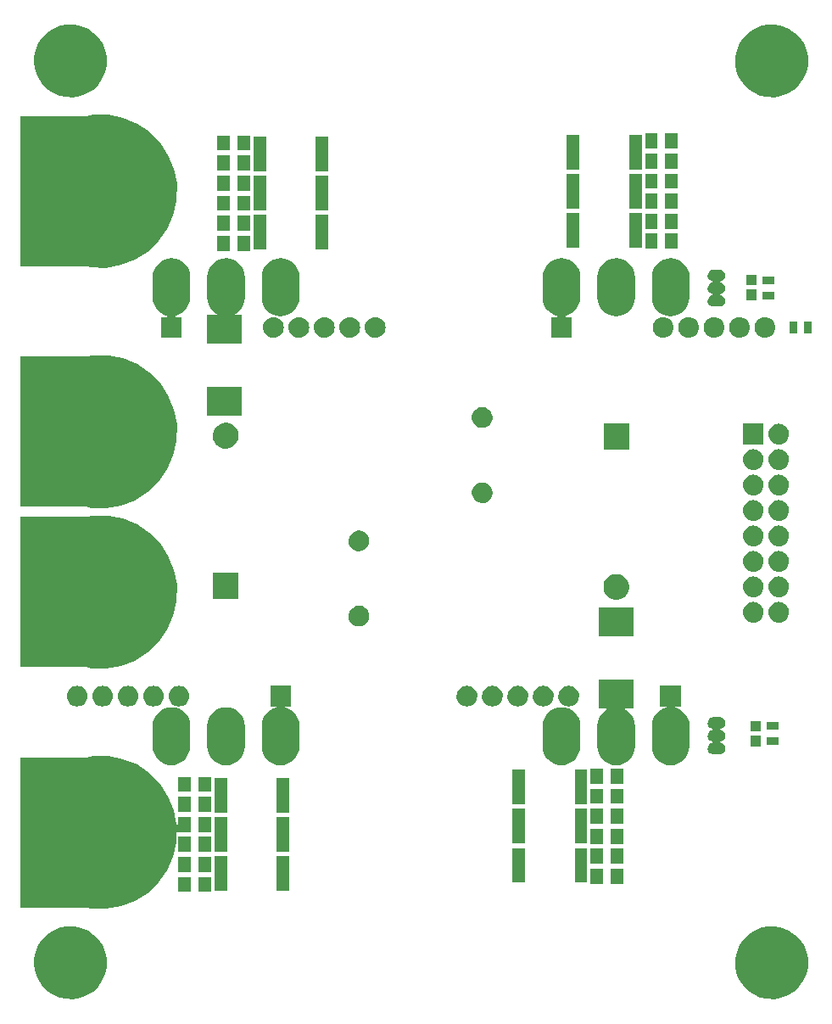
<source format=gts>
G04 #@! TF.FileFunction,Soldermask,Top*
%FSLAX46Y46*%
G04 Gerber Fmt 4.6, Leading zero omitted, Abs format (unit mm)*
G04 Created by KiCad (PCBNEW 4.0.1-stable) date 30.08.2016 22:59:35*
%MOMM*%
G01*
G04 APERTURE LIST*
%ADD10C,0.100000*%
G04 APERTURE END LIST*
D10*
G36*
X105381272Y-141372414D02*
X106078616Y-141515558D01*
X106734872Y-141791423D01*
X107325049Y-142189502D01*
X107826661Y-142694629D01*
X108220612Y-143287572D01*
X108491887Y-143945734D01*
X108630054Y-144643532D01*
X108630054Y-144643544D01*
X108630156Y-144644060D01*
X108618802Y-145457161D01*
X108618686Y-145457670D01*
X108618686Y-145457690D01*
X108461089Y-146151351D01*
X108171542Y-146801687D01*
X107761192Y-147383394D01*
X107245667Y-147874322D01*
X106644606Y-148255767D01*
X105980901Y-148513201D01*
X105279838Y-148636818D01*
X104568113Y-148621909D01*
X103872843Y-148469044D01*
X103220499Y-148184042D01*
X102635939Y-147777763D01*
X102141423Y-147265677D01*
X101755794Y-146667296D01*
X101493733Y-146005405D01*
X101365225Y-145305223D01*
X101375165Y-144593408D01*
X101523173Y-143897083D01*
X101803610Y-143242775D01*
X102205804Y-142655386D01*
X102714422Y-142157311D01*
X103310096Y-141767512D01*
X103970140Y-141500837D01*
X104669410Y-141367444D01*
X105381272Y-141372414D01*
X105381272Y-141372414D01*
G37*
G36*
X175381272Y-141372414D02*
X176078616Y-141515558D01*
X176734872Y-141791423D01*
X177325049Y-142189502D01*
X177826661Y-142694629D01*
X178220612Y-143287572D01*
X178491887Y-143945734D01*
X178630054Y-144643532D01*
X178630054Y-144643544D01*
X178630156Y-144644060D01*
X178618802Y-145457161D01*
X178618686Y-145457670D01*
X178618686Y-145457690D01*
X178461089Y-146151351D01*
X178171542Y-146801687D01*
X177761192Y-147383394D01*
X177245667Y-147874322D01*
X176644606Y-148255767D01*
X175980901Y-148513201D01*
X175279838Y-148636818D01*
X174568113Y-148621909D01*
X173872843Y-148469044D01*
X173220499Y-148184042D01*
X172635939Y-147777763D01*
X172141423Y-147265677D01*
X171755794Y-146667296D01*
X171493733Y-146005405D01*
X171365225Y-145305223D01*
X171375165Y-144593408D01*
X171523173Y-143897083D01*
X171803610Y-143242775D01*
X172205804Y-142655386D01*
X172714422Y-142157311D01*
X173310096Y-141767512D01*
X173970140Y-141500837D01*
X174669410Y-141367444D01*
X175381272Y-141372414D01*
X175381272Y-141372414D01*
G37*
G36*
X108801409Y-124375079D02*
X110267171Y-124675956D01*
X111646572Y-125255803D01*
X112887083Y-126092539D01*
X113941438Y-127154279D01*
X114769491Y-128400600D01*
X115339693Y-129784013D01*
X115619051Y-131194878D01*
X115626134Y-131215116D01*
X115638575Y-131232580D01*
X115655388Y-131245887D01*
X115675243Y-131253983D01*
X115696567Y-131256227D01*
X115717673Y-131252441D01*
X115736888Y-131242925D01*
X115752691Y-131228433D01*
X115763831Y-131210112D01*
X115770000Y-131180077D01*
X115770000Y-130445000D01*
X117030000Y-130445000D01*
X117030000Y-131955000D01*
X115695543Y-131955000D01*
X115674314Y-131958017D01*
X115654766Y-131966828D01*
X115638447Y-131980737D01*
X115626649Y-131998641D01*
X115620306Y-132019124D01*
X115619480Y-132028638D01*
X115606462Y-132960920D01*
X115606346Y-132961429D01*
X115606346Y-132961448D01*
X115274958Y-134420056D01*
X114666350Y-135787014D01*
X113803823Y-137009723D01*
X112720229Y-138041616D01*
X111456842Y-138843386D01*
X110061785Y-139384493D01*
X108588199Y-139644326D01*
X107092205Y-139612989D01*
X106586387Y-139501778D01*
X106570024Y-139500000D01*
X100000000Y-139500000D01*
X100000000Y-124500000D01*
X106588303Y-124500000D01*
X106602581Y-124498650D01*
X107305126Y-124364632D01*
X108801409Y-124375079D01*
X108801409Y-124375079D01*
G37*
G36*
X117030000Y-137955000D02*
X115770000Y-137955000D01*
X115770000Y-136445000D01*
X117030000Y-136445000D01*
X117030000Y-137955000D01*
X117030000Y-137955000D01*
G37*
G36*
X119030000Y-137955000D02*
X117770000Y-137955000D01*
X117770000Y-136445000D01*
X119030000Y-136445000D01*
X119030000Y-137955000D01*
X119030000Y-137955000D01*
G37*
G36*
X126830000Y-137830000D02*
X125570000Y-137830000D01*
X125570000Y-134370000D01*
X126830000Y-134370000D01*
X126830000Y-137830000D01*
X126830000Y-137830000D01*
G37*
G36*
X120630000Y-137830000D02*
X119370000Y-137830000D01*
X119370000Y-134370000D01*
X120630000Y-134370000D01*
X120630000Y-137830000D01*
X120630000Y-137830000D01*
G37*
G36*
X160194400Y-137139360D02*
X158934400Y-137139360D01*
X158934400Y-135629360D01*
X160194400Y-135629360D01*
X160194400Y-137139360D01*
X160194400Y-137139360D01*
G37*
G36*
X158194400Y-137139360D02*
X156934400Y-137139360D01*
X156934400Y-135629360D01*
X158194400Y-135629360D01*
X158194400Y-137139360D01*
X158194400Y-137139360D01*
G37*
G36*
X150394400Y-137014360D02*
X149134400Y-137014360D01*
X149134400Y-133554360D01*
X150394400Y-133554360D01*
X150394400Y-137014360D01*
X150394400Y-137014360D01*
G37*
G36*
X156594400Y-137014360D02*
X155334400Y-137014360D01*
X155334400Y-133554360D01*
X156594400Y-133554360D01*
X156594400Y-137014360D01*
X156594400Y-137014360D01*
G37*
G36*
X119030000Y-135955000D02*
X117770000Y-135955000D01*
X117770000Y-134445000D01*
X119030000Y-134445000D01*
X119030000Y-135955000D01*
X119030000Y-135955000D01*
G37*
G36*
X117030000Y-135955000D02*
X115770000Y-135955000D01*
X115770000Y-134445000D01*
X117030000Y-134445000D01*
X117030000Y-135955000D01*
X117030000Y-135955000D01*
G37*
G36*
X160194400Y-135139360D02*
X158934400Y-135139360D01*
X158934400Y-133629360D01*
X160194400Y-133629360D01*
X160194400Y-135139360D01*
X160194400Y-135139360D01*
G37*
G36*
X158194400Y-135139360D02*
X156934400Y-135139360D01*
X156934400Y-133629360D01*
X158194400Y-133629360D01*
X158194400Y-135139360D01*
X158194400Y-135139360D01*
G37*
G36*
X119030000Y-133955000D02*
X117770000Y-133955000D01*
X117770000Y-132445000D01*
X119030000Y-132445000D01*
X119030000Y-133955000D01*
X119030000Y-133955000D01*
G37*
G36*
X117030000Y-133955000D02*
X115770000Y-133955000D01*
X115770000Y-132445000D01*
X117030000Y-132445000D01*
X117030000Y-133955000D01*
X117030000Y-133955000D01*
G37*
G36*
X120630000Y-133930000D02*
X119370000Y-133930000D01*
X119370000Y-130470000D01*
X120630000Y-130470000D01*
X120630000Y-133930000D01*
X120630000Y-133930000D01*
G37*
G36*
X126830000Y-133930000D02*
X125570000Y-133930000D01*
X125570000Y-130470000D01*
X126830000Y-130470000D01*
X126830000Y-133930000D01*
X126830000Y-133930000D01*
G37*
G36*
X160194400Y-133139360D02*
X158934400Y-133139360D01*
X158934400Y-131629360D01*
X160194400Y-131629360D01*
X160194400Y-133139360D01*
X160194400Y-133139360D01*
G37*
G36*
X158194400Y-133139360D02*
X156934400Y-133139360D01*
X156934400Y-131629360D01*
X158194400Y-131629360D01*
X158194400Y-133139360D01*
X158194400Y-133139360D01*
G37*
G36*
X156594400Y-133114360D02*
X155334400Y-133114360D01*
X155334400Y-129654360D01*
X156594400Y-129654360D01*
X156594400Y-133114360D01*
X156594400Y-133114360D01*
G37*
G36*
X150394400Y-133114360D02*
X149134400Y-133114360D01*
X149134400Y-129654360D01*
X150394400Y-129654360D01*
X150394400Y-133114360D01*
X150394400Y-133114360D01*
G37*
G36*
X119030000Y-131955000D02*
X117770000Y-131955000D01*
X117770000Y-130445000D01*
X119030000Y-130445000D01*
X119030000Y-131955000D01*
X119030000Y-131955000D01*
G37*
G36*
X160194400Y-131139360D02*
X158934400Y-131139360D01*
X158934400Y-129629360D01*
X160194400Y-129629360D01*
X160194400Y-131139360D01*
X160194400Y-131139360D01*
G37*
G36*
X158194400Y-131139360D02*
X156934400Y-131139360D01*
X156934400Y-129629360D01*
X158194400Y-129629360D01*
X158194400Y-131139360D01*
X158194400Y-131139360D01*
G37*
G36*
X120630000Y-130030000D02*
X119370000Y-130030000D01*
X119370000Y-126570000D01*
X120630000Y-126570000D01*
X120630000Y-130030000D01*
X120630000Y-130030000D01*
G37*
G36*
X126830000Y-130030000D02*
X125570000Y-130030000D01*
X125570000Y-126570000D01*
X126830000Y-126570000D01*
X126830000Y-130030000D01*
X126830000Y-130030000D01*
G37*
G36*
X119030000Y-129955000D02*
X117770000Y-129955000D01*
X117770000Y-128445000D01*
X119030000Y-128445000D01*
X119030000Y-129955000D01*
X119030000Y-129955000D01*
G37*
G36*
X117030000Y-129955000D02*
X115770000Y-129955000D01*
X115770000Y-128445000D01*
X117030000Y-128445000D01*
X117030000Y-129955000D01*
X117030000Y-129955000D01*
G37*
G36*
X150394400Y-129214360D02*
X149134400Y-129214360D01*
X149134400Y-125754360D01*
X150394400Y-125754360D01*
X150394400Y-129214360D01*
X150394400Y-129214360D01*
G37*
G36*
X156594400Y-129214360D02*
X155334400Y-129214360D01*
X155334400Y-125754360D01*
X156594400Y-125754360D01*
X156594400Y-129214360D01*
X156594400Y-129214360D01*
G37*
G36*
X160194400Y-129139360D02*
X158934400Y-129139360D01*
X158934400Y-127629360D01*
X160194400Y-127629360D01*
X160194400Y-129139360D01*
X160194400Y-129139360D01*
G37*
G36*
X158194400Y-129139360D02*
X156934400Y-129139360D01*
X156934400Y-127629360D01*
X158194400Y-127629360D01*
X158194400Y-129139360D01*
X158194400Y-129139360D01*
G37*
G36*
X119030000Y-127955000D02*
X117770000Y-127955000D01*
X117770000Y-126445000D01*
X119030000Y-126445000D01*
X119030000Y-127955000D01*
X119030000Y-127955000D01*
G37*
G36*
X117030000Y-127955000D02*
X115770000Y-127955000D01*
X115770000Y-126445000D01*
X117030000Y-126445000D01*
X117030000Y-127955000D01*
X117030000Y-127955000D01*
G37*
G36*
X160194400Y-127139360D02*
X158934400Y-127139360D01*
X158934400Y-125629360D01*
X160194400Y-125629360D01*
X160194400Y-127139360D01*
X160194400Y-127139360D01*
G37*
G36*
X158194400Y-127139360D02*
X156934400Y-127139360D01*
X156934400Y-125629360D01*
X158194400Y-125629360D01*
X158194400Y-127139360D01*
X158194400Y-127139360D01*
G37*
G36*
X120907968Y-119543630D02*
X120907985Y-119543635D01*
X120908039Y-119543641D01*
X121258553Y-119652143D01*
X121581316Y-119826661D01*
X121864036Y-120060546D01*
X122095942Y-120344892D01*
X122268202Y-120668866D01*
X122374255Y-121020129D01*
X122410060Y-121385301D01*
X122410060Y-123414821D01*
X122409899Y-123437856D01*
X122409877Y-123440949D01*
X122368976Y-123805585D01*
X122258030Y-124155333D01*
X122081263Y-124476871D01*
X121845409Y-124757951D01*
X121559452Y-124987866D01*
X121234283Y-125157860D01*
X120882288Y-125261458D01*
X120882234Y-125261463D01*
X120882217Y-125261468D01*
X120516882Y-125294716D01*
X120152032Y-125256370D01*
X120152015Y-125256365D01*
X120151961Y-125256359D01*
X119801447Y-125147857D01*
X119478684Y-124973339D01*
X119195964Y-124739454D01*
X118964058Y-124455108D01*
X118791798Y-124131134D01*
X118685745Y-123779871D01*
X118649940Y-123414699D01*
X118649940Y-121385179D01*
X118650101Y-121362144D01*
X118650101Y-121362140D01*
X118650123Y-121359051D01*
X118691024Y-120994415D01*
X118801970Y-120644667D01*
X118978737Y-120323129D01*
X119214591Y-120042049D01*
X119500548Y-119812134D01*
X119825717Y-119642140D01*
X120177712Y-119538542D01*
X120177766Y-119538537D01*
X120177783Y-119538532D01*
X120543118Y-119505284D01*
X120907968Y-119543630D01*
X120907968Y-119543630D01*
G37*
G36*
X127030000Y-119430000D02*
X126494736Y-119430000D01*
X126473507Y-119433017D01*
X126453959Y-119441828D01*
X126437640Y-119455737D01*
X126425842Y-119473641D01*
X126419499Y-119494124D01*
X126419113Y-119515562D01*
X126424716Y-119536260D01*
X126435862Y-119554577D01*
X126451671Y-119569063D01*
X126472137Y-119578960D01*
X126708553Y-119652143D01*
X127031316Y-119826661D01*
X127314036Y-120060546D01*
X127545942Y-120344892D01*
X127718202Y-120668866D01*
X127824255Y-121020129D01*
X127860060Y-121385301D01*
X127860060Y-123414821D01*
X127859899Y-123437856D01*
X127859877Y-123440949D01*
X127818976Y-123805585D01*
X127708030Y-124155333D01*
X127531263Y-124476871D01*
X127295409Y-124757951D01*
X127009452Y-124987866D01*
X126684283Y-125157860D01*
X126332288Y-125261458D01*
X126332234Y-125261463D01*
X126332217Y-125261468D01*
X125966882Y-125294716D01*
X125602032Y-125256370D01*
X125602015Y-125256365D01*
X125601961Y-125256359D01*
X125251447Y-125147857D01*
X124928684Y-124973339D01*
X124645964Y-124739454D01*
X124414058Y-124455108D01*
X124241798Y-124131134D01*
X124135745Y-123779871D01*
X124099940Y-123414699D01*
X124099940Y-121385179D01*
X124100101Y-121362144D01*
X124100101Y-121362140D01*
X124100123Y-121359051D01*
X124141024Y-120994415D01*
X124251970Y-120644667D01*
X124428737Y-120323129D01*
X124664591Y-120042049D01*
X124950548Y-119812134D01*
X125275717Y-119642140D01*
X125489326Y-119579271D01*
X125508777Y-119570412D01*
X125525041Y-119556440D01*
X125536770Y-119538489D01*
X125543033Y-119517982D01*
X125543335Y-119496542D01*
X125537651Y-119475867D01*
X125526433Y-119457594D01*
X125510569Y-119443169D01*
X125491313Y-119433735D01*
X125467749Y-119430000D01*
X124970000Y-119430000D01*
X124970000Y-117370000D01*
X127030000Y-117370000D01*
X127030000Y-119430000D01*
X127030000Y-119430000D01*
G37*
G36*
X154397968Y-119543630D02*
X154397985Y-119543635D01*
X154398039Y-119543641D01*
X154748553Y-119652143D01*
X155071316Y-119826661D01*
X155354036Y-120060546D01*
X155585942Y-120344892D01*
X155758202Y-120668866D01*
X155864255Y-121020129D01*
X155900060Y-121385301D01*
X155900060Y-123414821D01*
X155899899Y-123437856D01*
X155899877Y-123440949D01*
X155858976Y-123805585D01*
X155748030Y-124155333D01*
X155571263Y-124476871D01*
X155335409Y-124757951D01*
X155049452Y-124987866D01*
X154724283Y-125157860D01*
X154372288Y-125261458D01*
X154372234Y-125261463D01*
X154372217Y-125261468D01*
X154006882Y-125294716D01*
X153642032Y-125256370D01*
X153642015Y-125256365D01*
X153641961Y-125256359D01*
X153291447Y-125147857D01*
X152968684Y-124973339D01*
X152685964Y-124739454D01*
X152454058Y-124455108D01*
X152281798Y-124131134D01*
X152175745Y-123779871D01*
X152139940Y-123414699D01*
X152139940Y-121385179D01*
X152140101Y-121362144D01*
X152140101Y-121362140D01*
X152140123Y-121359051D01*
X152181024Y-120994415D01*
X152291970Y-120644667D01*
X152468737Y-120323129D01*
X152704591Y-120042049D01*
X152990548Y-119812134D01*
X153315717Y-119642140D01*
X153667712Y-119538542D01*
X153667766Y-119538537D01*
X153667783Y-119538532D01*
X154033118Y-119505284D01*
X154397968Y-119543630D01*
X154397968Y-119543630D01*
G37*
G36*
X161230000Y-119630000D02*
X160458657Y-119630000D01*
X160437428Y-119633017D01*
X160417880Y-119641828D01*
X160401561Y-119655737D01*
X160389763Y-119673641D01*
X160383420Y-119694124D01*
X160383034Y-119715562D01*
X160388637Y-119736260D01*
X160399783Y-119754577D01*
X160422261Y-119773102D01*
X160521316Y-119826661D01*
X160804036Y-120060546D01*
X161035942Y-120344892D01*
X161208202Y-120668866D01*
X161314255Y-121020129D01*
X161350060Y-121385301D01*
X161350060Y-123414821D01*
X161349899Y-123437856D01*
X161349877Y-123440949D01*
X161308976Y-123805585D01*
X161198030Y-124155333D01*
X161021263Y-124476871D01*
X160785409Y-124757951D01*
X160499452Y-124987866D01*
X160174283Y-125157860D01*
X159822288Y-125261458D01*
X159822234Y-125261463D01*
X159822217Y-125261468D01*
X159456882Y-125294716D01*
X159092032Y-125256370D01*
X159092015Y-125256365D01*
X159091961Y-125256359D01*
X158741447Y-125147857D01*
X158418684Y-124973339D01*
X158135964Y-124739454D01*
X157904058Y-124455108D01*
X157731798Y-124131134D01*
X157625745Y-123779871D01*
X157589940Y-123414699D01*
X157589940Y-121385179D01*
X157590101Y-121362144D01*
X157590101Y-121362140D01*
X157590123Y-121359051D01*
X157631024Y-120994415D01*
X157741970Y-120644667D01*
X157918737Y-120323129D01*
X158154591Y-120042049D01*
X158440548Y-119812134D01*
X158514300Y-119773577D01*
X158531504Y-119761220D01*
X158544746Y-119744355D01*
X158552764Y-119724468D01*
X158554924Y-119703135D01*
X158551056Y-119682045D01*
X158541466Y-119662867D01*
X158526912Y-119647121D01*
X158508547Y-119636052D01*
X158478786Y-119630000D01*
X157770000Y-119630000D01*
X157770000Y-116770000D01*
X161230000Y-116770000D01*
X161230000Y-119630000D01*
X161230000Y-119630000D01*
G37*
G36*
X165930000Y-119430000D02*
X165434736Y-119430000D01*
X165413507Y-119433017D01*
X165393959Y-119441828D01*
X165377640Y-119455737D01*
X165365842Y-119473641D01*
X165359499Y-119494124D01*
X165359113Y-119515562D01*
X165364716Y-119536260D01*
X165375862Y-119554577D01*
X165391671Y-119569063D01*
X165412137Y-119578960D01*
X165648553Y-119652143D01*
X165971316Y-119826661D01*
X166254036Y-120060546D01*
X166485942Y-120344892D01*
X166658202Y-120668866D01*
X166764255Y-121020129D01*
X166800060Y-121385301D01*
X166800060Y-123414821D01*
X166799899Y-123437856D01*
X166799877Y-123440949D01*
X166758976Y-123805585D01*
X166648030Y-124155333D01*
X166471263Y-124476871D01*
X166235409Y-124757951D01*
X165949452Y-124987866D01*
X165624283Y-125157860D01*
X165272288Y-125261458D01*
X165272234Y-125261463D01*
X165272217Y-125261468D01*
X164906882Y-125294716D01*
X164542032Y-125256370D01*
X164542015Y-125256365D01*
X164541961Y-125256359D01*
X164191447Y-125147857D01*
X163868684Y-124973339D01*
X163585964Y-124739454D01*
X163354058Y-124455108D01*
X163181798Y-124131134D01*
X163075745Y-123779871D01*
X163039940Y-123414699D01*
X163039940Y-121385179D01*
X163040101Y-121362144D01*
X163040101Y-121362140D01*
X163040123Y-121359051D01*
X163081024Y-120994415D01*
X163191970Y-120644667D01*
X163368737Y-120323129D01*
X163604591Y-120042049D01*
X163890548Y-119812134D01*
X164215717Y-119642140D01*
X164429326Y-119579271D01*
X164448777Y-119570412D01*
X164465041Y-119556440D01*
X164476770Y-119538489D01*
X164483033Y-119517982D01*
X164483335Y-119496542D01*
X164477651Y-119475867D01*
X164466433Y-119457594D01*
X164450569Y-119443169D01*
X164431313Y-119433735D01*
X164407749Y-119430000D01*
X163870000Y-119430000D01*
X163870000Y-117370000D01*
X165930000Y-117370000D01*
X165930000Y-119430000D01*
X165930000Y-119430000D01*
G37*
G36*
X115457968Y-119543630D02*
X115457985Y-119543635D01*
X115458039Y-119543641D01*
X115808553Y-119652143D01*
X116131316Y-119826661D01*
X116414036Y-120060546D01*
X116645942Y-120344892D01*
X116818202Y-120668866D01*
X116924255Y-121020129D01*
X116960060Y-121385301D01*
X116960060Y-123414821D01*
X116959899Y-123437856D01*
X116959877Y-123440949D01*
X116918976Y-123805585D01*
X116808030Y-124155333D01*
X116631263Y-124476871D01*
X116395409Y-124757951D01*
X116109452Y-124987866D01*
X115784283Y-125157860D01*
X115432288Y-125261458D01*
X115432234Y-125261463D01*
X115432217Y-125261468D01*
X115066882Y-125294716D01*
X114702032Y-125256370D01*
X114702015Y-125256365D01*
X114701961Y-125256359D01*
X114351447Y-125147857D01*
X114028684Y-124973339D01*
X113745964Y-124739454D01*
X113514058Y-124455108D01*
X113341798Y-124131134D01*
X113235745Y-123779871D01*
X113199940Y-123414699D01*
X113199940Y-121385179D01*
X113200101Y-121362144D01*
X113200101Y-121362140D01*
X113200123Y-121359051D01*
X113241024Y-120994415D01*
X113351970Y-120644667D01*
X113528737Y-120323129D01*
X113764591Y-120042049D01*
X114050548Y-119812134D01*
X114375717Y-119642140D01*
X114727712Y-119538542D01*
X114727766Y-119538537D01*
X114727783Y-119538532D01*
X115093118Y-119505284D01*
X115457968Y-119543630D01*
X115457968Y-119543630D01*
G37*
G36*
X169810249Y-120480454D02*
X169810255Y-120480455D01*
X169813343Y-120480476D01*
X169925752Y-120493085D01*
X170033572Y-120527288D01*
X170132695Y-120581781D01*
X170219345Y-120654489D01*
X170290223Y-120742643D01*
X170342628Y-120842886D01*
X170374565Y-120951398D01*
X170374570Y-120951457D01*
X170374574Y-120951469D01*
X170384819Y-121064039D01*
X170373003Y-121176470D01*
X170372999Y-121176482D01*
X170372993Y-121176541D01*
X170339544Y-121284596D01*
X170285745Y-121384097D01*
X170213643Y-121471253D01*
X170125986Y-121542744D01*
X170026112Y-121595848D01*
X169937714Y-121622537D01*
X169919923Y-121630791D01*
X169903756Y-121644876D01*
X169892154Y-121662908D01*
X169886034Y-121683458D01*
X169885882Y-121704900D01*
X169891709Y-121725535D01*
X169903054Y-121743730D01*
X169919019Y-121758043D01*
X169936744Y-121766572D01*
X170033572Y-121797288D01*
X170132695Y-121851781D01*
X170219345Y-121924489D01*
X170290223Y-122012643D01*
X170342628Y-122112886D01*
X170374565Y-122221398D01*
X170374570Y-122221457D01*
X170374574Y-122221469D01*
X170384819Y-122334039D01*
X170373003Y-122446470D01*
X170372999Y-122446482D01*
X170372993Y-122446541D01*
X170339544Y-122554596D01*
X170285745Y-122654097D01*
X170213643Y-122741253D01*
X170125986Y-122812744D01*
X170026112Y-122865848D01*
X169937714Y-122892537D01*
X169919923Y-122900791D01*
X169903756Y-122914876D01*
X169892154Y-122932908D01*
X169886034Y-122953458D01*
X169885882Y-122974900D01*
X169891709Y-122995535D01*
X169903054Y-123013730D01*
X169919019Y-123028043D01*
X169936744Y-123036572D01*
X170033572Y-123067288D01*
X170132695Y-123121781D01*
X170219345Y-123194489D01*
X170290223Y-123282643D01*
X170342628Y-123382886D01*
X170374565Y-123491398D01*
X170374570Y-123491457D01*
X170374574Y-123491469D01*
X170384819Y-123604039D01*
X170373003Y-123716470D01*
X170372999Y-123716482D01*
X170372993Y-123716541D01*
X170339544Y-123824596D01*
X170285745Y-123924097D01*
X170213643Y-124011253D01*
X170125986Y-124082744D01*
X170026112Y-124135848D01*
X169917825Y-124168542D01*
X169805251Y-124179580D01*
X169194628Y-124179580D01*
X169189751Y-124179546D01*
X169189745Y-124179545D01*
X169186657Y-124179524D01*
X169074248Y-124166915D01*
X168966428Y-124132712D01*
X168867305Y-124078219D01*
X168780655Y-124005511D01*
X168709777Y-123917357D01*
X168657372Y-123817114D01*
X168625435Y-123708602D01*
X168625430Y-123708543D01*
X168625426Y-123708531D01*
X168615181Y-123595961D01*
X168626997Y-123483530D01*
X168627001Y-123483518D01*
X168627007Y-123483459D01*
X168660456Y-123375404D01*
X168714255Y-123275903D01*
X168786357Y-123188747D01*
X168874014Y-123117256D01*
X168973888Y-123064152D01*
X169062286Y-123037463D01*
X169080077Y-123029209D01*
X169096244Y-123015124D01*
X169107846Y-122997092D01*
X169113966Y-122976542D01*
X169114118Y-122955100D01*
X169108291Y-122934465D01*
X169096946Y-122916270D01*
X169080981Y-122901957D01*
X169063256Y-122893428D01*
X168966428Y-122862712D01*
X168867305Y-122808219D01*
X168780655Y-122735511D01*
X168709777Y-122647357D01*
X168657372Y-122547114D01*
X168625435Y-122438602D01*
X168625430Y-122438543D01*
X168625426Y-122438531D01*
X168615181Y-122325961D01*
X168626997Y-122213530D01*
X168627001Y-122213518D01*
X168627007Y-122213459D01*
X168660456Y-122105404D01*
X168714255Y-122005903D01*
X168786357Y-121918747D01*
X168874014Y-121847256D01*
X168973888Y-121794152D01*
X169062286Y-121767463D01*
X169080077Y-121759209D01*
X169096244Y-121745124D01*
X169107846Y-121727092D01*
X169113966Y-121706542D01*
X169114118Y-121685100D01*
X169108291Y-121664465D01*
X169096946Y-121646270D01*
X169080981Y-121631957D01*
X169063256Y-121623428D01*
X168966428Y-121592712D01*
X168867305Y-121538219D01*
X168780655Y-121465511D01*
X168709777Y-121377357D01*
X168657372Y-121277114D01*
X168625435Y-121168602D01*
X168625430Y-121168543D01*
X168625426Y-121168531D01*
X168615181Y-121055961D01*
X168626997Y-120943530D01*
X168627001Y-120943518D01*
X168627007Y-120943459D01*
X168660456Y-120835404D01*
X168714255Y-120735903D01*
X168786357Y-120648747D01*
X168874014Y-120577256D01*
X168973888Y-120524152D01*
X169082175Y-120491458D01*
X169194749Y-120480420D01*
X169805372Y-120480420D01*
X169810249Y-120480454D01*
X169810249Y-120480454D01*
G37*
G36*
X173905000Y-123430000D02*
X172895000Y-123430000D01*
X172895000Y-122370000D01*
X173905000Y-122370000D01*
X173905000Y-123430000D01*
X173905000Y-123430000D01*
G37*
G36*
X175680000Y-123230000D02*
X174520000Y-123230000D01*
X174520000Y-122470000D01*
X175680000Y-122470000D01*
X175680000Y-123230000D01*
X175680000Y-123230000D01*
G37*
G36*
X173905000Y-121930000D02*
X172895000Y-121930000D01*
X172895000Y-120870000D01*
X173905000Y-120870000D01*
X173905000Y-121930000D01*
X173905000Y-121930000D01*
G37*
G36*
X175680000Y-121730000D02*
X174520000Y-121730000D01*
X174520000Y-120970000D01*
X175680000Y-120970000D01*
X175680000Y-121730000D01*
X175680000Y-121730000D01*
G37*
G36*
X152216271Y-117370078D02*
X152216276Y-117370079D01*
X152219365Y-117370100D01*
X152419133Y-117392508D01*
X152610744Y-117453291D01*
X152786900Y-117550133D01*
X152940891Y-117679347D01*
X153066851Y-117836010D01*
X153159983Y-118014155D01*
X153216740Y-118206997D01*
X153216745Y-118207057D01*
X153216749Y-118207069D01*
X153234961Y-118407184D01*
X153213956Y-118607039D01*
X153213954Y-118607047D01*
X153213947Y-118607110D01*
X153154503Y-118799141D01*
X153058893Y-118975969D01*
X152930757Y-119130858D01*
X152774977Y-119257909D01*
X152597486Y-119352282D01*
X152405045Y-119410384D01*
X152204984Y-119430000D01*
X152194895Y-119430000D01*
X152183729Y-119429922D01*
X152183724Y-119429921D01*
X152180635Y-119429900D01*
X151980867Y-119407492D01*
X151789256Y-119346709D01*
X151613100Y-119249867D01*
X151459109Y-119120653D01*
X151333149Y-118963990D01*
X151240017Y-118785845D01*
X151183260Y-118593003D01*
X151183255Y-118592943D01*
X151183251Y-118592931D01*
X151165039Y-118392816D01*
X151186044Y-118192961D01*
X151186046Y-118192953D01*
X151186053Y-118192890D01*
X151245497Y-118000859D01*
X151341107Y-117824031D01*
X151469243Y-117669142D01*
X151625023Y-117542091D01*
X151802514Y-117447718D01*
X151994955Y-117389616D01*
X152195016Y-117370000D01*
X152205105Y-117370000D01*
X152216271Y-117370078D01*
X152216271Y-117370078D01*
G37*
G36*
X147136271Y-117370078D02*
X147136276Y-117370079D01*
X147139365Y-117370100D01*
X147339133Y-117392508D01*
X147530744Y-117453291D01*
X147706900Y-117550133D01*
X147860891Y-117679347D01*
X147986851Y-117836010D01*
X148079983Y-118014155D01*
X148136740Y-118206997D01*
X148136745Y-118207057D01*
X148136749Y-118207069D01*
X148154961Y-118407184D01*
X148133956Y-118607039D01*
X148133954Y-118607047D01*
X148133947Y-118607110D01*
X148074503Y-118799141D01*
X147978893Y-118975969D01*
X147850757Y-119130858D01*
X147694977Y-119257909D01*
X147517486Y-119352282D01*
X147325045Y-119410384D01*
X147124984Y-119430000D01*
X147114895Y-119430000D01*
X147103729Y-119429922D01*
X147103724Y-119429921D01*
X147100635Y-119429900D01*
X146900867Y-119407492D01*
X146709256Y-119346709D01*
X146533100Y-119249867D01*
X146379109Y-119120653D01*
X146253149Y-118963990D01*
X146160017Y-118785845D01*
X146103260Y-118593003D01*
X146103255Y-118592943D01*
X146103251Y-118592931D01*
X146085039Y-118392816D01*
X146106044Y-118192961D01*
X146106046Y-118192953D01*
X146106053Y-118192890D01*
X146165497Y-118000859D01*
X146261107Y-117824031D01*
X146389243Y-117669142D01*
X146545023Y-117542091D01*
X146722514Y-117447718D01*
X146914955Y-117389616D01*
X147115016Y-117370000D01*
X147125105Y-117370000D01*
X147136271Y-117370078D01*
X147136271Y-117370078D01*
G37*
G36*
X144596271Y-117370078D02*
X144596276Y-117370079D01*
X144599365Y-117370100D01*
X144799133Y-117392508D01*
X144990744Y-117453291D01*
X145166900Y-117550133D01*
X145320891Y-117679347D01*
X145446851Y-117836010D01*
X145539983Y-118014155D01*
X145596740Y-118206997D01*
X145596745Y-118207057D01*
X145596749Y-118207069D01*
X145614961Y-118407184D01*
X145593956Y-118607039D01*
X145593954Y-118607047D01*
X145593947Y-118607110D01*
X145534503Y-118799141D01*
X145438893Y-118975969D01*
X145310757Y-119130858D01*
X145154977Y-119257909D01*
X144977486Y-119352282D01*
X144785045Y-119410384D01*
X144584984Y-119430000D01*
X144574895Y-119430000D01*
X144563729Y-119429922D01*
X144563724Y-119429921D01*
X144560635Y-119429900D01*
X144360867Y-119407492D01*
X144169256Y-119346709D01*
X143993100Y-119249867D01*
X143839109Y-119120653D01*
X143713149Y-118963990D01*
X143620017Y-118785845D01*
X143563260Y-118593003D01*
X143563255Y-118592943D01*
X143563251Y-118592931D01*
X143545039Y-118392816D01*
X143566044Y-118192961D01*
X143566046Y-118192953D01*
X143566053Y-118192890D01*
X143625497Y-118000859D01*
X143721107Y-117824031D01*
X143849243Y-117669142D01*
X144005023Y-117542091D01*
X144182514Y-117447718D01*
X144374955Y-117389616D01*
X144575016Y-117370000D01*
X144585105Y-117370000D01*
X144596271Y-117370078D01*
X144596271Y-117370078D01*
G37*
G36*
X105696271Y-117370078D02*
X105696276Y-117370079D01*
X105699365Y-117370100D01*
X105899133Y-117392508D01*
X106090744Y-117453291D01*
X106266900Y-117550133D01*
X106420891Y-117679347D01*
X106546851Y-117836010D01*
X106639983Y-118014155D01*
X106696740Y-118206997D01*
X106696745Y-118207057D01*
X106696749Y-118207069D01*
X106714961Y-118407184D01*
X106693956Y-118607039D01*
X106693954Y-118607047D01*
X106693947Y-118607110D01*
X106634503Y-118799141D01*
X106538893Y-118975969D01*
X106410757Y-119130858D01*
X106254977Y-119257909D01*
X106077486Y-119352282D01*
X105885045Y-119410384D01*
X105684984Y-119430000D01*
X105674895Y-119430000D01*
X105663729Y-119429922D01*
X105663724Y-119429921D01*
X105660635Y-119429900D01*
X105460867Y-119407492D01*
X105269256Y-119346709D01*
X105093100Y-119249867D01*
X104939109Y-119120653D01*
X104813149Y-118963990D01*
X104720017Y-118785845D01*
X104663260Y-118593003D01*
X104663255Y-118592943D01*
X104663251Y-118592931D01*
X104645039Y-118392816D01*
X104666044Y-118192961D01*
X104666046Y-118192953D01*
X104666053Y-118192890D01*
X104725497Y-118000859D01*
X104821107Y-117824031D01*
X104949243Y-117669142D01*
X105105023Y-117542091D01*
X105282514Y-117447718D01*
X105474955Y-117389616D01*
X105675016Y-117370000D01*
X105685105Y-117370000D01*
X105696271Y-117370078D01*
X105696271Y-117370078D01*
G37*
G36*
X108236271Y-117370078D02*
X108236276Y-117370079D01*
X108239365Y-117370100D01*
X108439133Y-117392508D01*
X108630744Y-117453291D01*
X108806900Y-117550133D01*
X108960891Y-117679347D01*
X109086851Y-117836010D01*
X109179983Y-118014155D01*
X109236740Y-118206997D01*
X109236745Y-118207057D01*
X109236749Y-118207069D01*
X109254961Y-118407184D01*
X109233956Y-118607039D01*
X109233954Y-118607047D01*
X109233947Y-118607110D01*
X109174503Y-118799141D01*
X109078893Y-118975969D01*
X108950757Y-119130858D01*
X108794977Y-119257909D01*
X108617486Y-119352282D01*
X108425045Y-119410384D01*
X108224984Y-119430000D01*
X108214895Y-119430000D01*
X108203729Y-119429922D01*
X108203724Y-119429921D01*
X108200635Y-119429900D01*
X108000867Y-119407492D01*
X107809256Y-119346709D01*
X107633100Y-119249867D01*
X107479109Y-119120653D01*
X107353149Y-118963990D01*
X107260017Y-118785845D01*
X107203260Y-118593003D01*
X107203255Y-118592943D01*
X107203251Y-118592931D01*
X107185039Y-118392816D01*
X107206044Y-118192961D01*
X107206046Y-118192953D01*
X107206053Y-118192890D01*
X107265497Y-118000859D01*
X107361107Y-117824031D01*
X107489243Y-117669142D01*
X107645023Y-117542091D01*
X107822514Y-117447718D01*
X108014955Y-117389616D01*
X108215016Y-117370000D01*
X108225105Y-117370000D01*
X108236271Y-117370078D01*
X108236271Y-117370078D01*
G37*
G36*
X113316271Y-117370078D02*
X113316276Y-117370079D01*
X113319365Y-117370100D01*
X113519133Y-117392508D01*
X113710744Y-117453291D01*
X113886900Y-117550133D01*
X114040891Y-117679347D01*
X114166851Y-117836010D01*
X114259983Y-118014155D01*
X114316740Y-118206997D01*
X114316745Y-118207057D01*
X114316749Y-118207069D01*
X114334961Y-118407184D01*
X114313956Y-118607039D01*
X114313954Y-118607047D01*
X114313947Y-118607110D01*
X114254503Y-118799141D01*
X114158893Y-118975969D01*
X114030757Y-119130858D01*
X113874977Y-119257909D01*
X113697486Y-119352282D01*
X113505045Y-119410384D01*
X113304984Y-119430000D01*
X113294895Y-119430000D01*
X113283729Y-119429922D01*
X113283724Y-119429921D01*
X113280635Y-119429900D01*
X113080867Y-119407492D01*
X112889256Y-119346709D01*
X112713100Y-119249867D01*
X112559109Y-119120653D01*
X112433149Y-118963990D01*
X112340017Y-118785845D01*
X112283260Y-118593003D01*
X112283255Y-118592943D01*
X112283251Y-118592931D01*
X112265039Y-118392816D01*
X112286044Y-118192961D01*
X112286046Y-118192953D01*
X112286053Y-118192890D01*
X112345497Y-118000859D01*
X112441107Y-117824031D01*
X112569243Y-117669142D01*
X112725023Y-117542091D01*
X112902514Y-117447718D01*
X113094955Y-117389616D01*
X113295016Y-117370000D01*
X113305105Y-117370000D01*
X113316271Y-117370078D01*
X113316271Y-117370078D01*
G37*
G36*
X115856271Y-117370078D02*
X115856276Y-117370079D01*
X115859365Y-117370100D01*
X116059133Y-117392508D01*
X116250744Y-117453291D01*
X116426900Y-117550133D01*
X116580891Y-117679347D01*
X116706851Y-117836010D01*
X116799983Y-118014155D01*
X116856740Y-118206997D01*
X116856745Y-118207057D01*
X116856749Y-118207069D01*
X116874961Y-118407184D01*
X116853956Y-118607039D01*
X116853954Y-118607047D01*
X116853947Y-118607110D01*
X116794503Y-118799141D01*
X116698893Y-118975969D01*
X116570757Y-119130858D01*
X116414977Y-119257909D01*
X116237486Y-119352282D01*
X116045045Y-119410384D01*
X115844984Y-119430000D01*
X115834895Y-119430000D01*
X115823729Y-119429922D01*
X115823724Y-119429921D01*
X115820635Y-119429900D01*
X115620867Y-119407492D01*
X115429256Y-119346709D01*
X115253100Y-119249867D01*
X115099109Y-119120653D01*
X114973149Y-118963990D01*
X114880017Y-118785845D01*
X114823260Y-118593003D01*
X114823255Y-118592943D01*
X114823251Y-118592931D01*
X114805039Y-118392816D01*
X114826044Y-118192961D01*
X114826046Y-118192953D01*
X114826053Y-118192890D01*
X114885497Y-118000859D01*
X114981107Y-117824031D01*
X115109243Y-117669142D01*
X115265023Y-117542091D01*
X115442514Y-117447718D01*
X115634955Y-117389616D01*
X115835016Y-117370000D01*
X115845105Y-117370000D01*
X115856271Y-117370078D01*
X115856271Y-117370078D01*
G37*
G36*
X149676271Y-117370078D02*
X149676276Y-117370079D01*
X149679365Y-117370100D01*
X149879133Y-117392508D01*
X150070744Y-117453291D01*
X150246900Y-117550133D01*
X150400891Y-117679347D01*
X150526851Y-117836010D01*
X150619983Y-118014155D01*
X150676740Y-118206997D01*
X150676745Y-118207057D01*
X150676749Y-118207069D01*
X150694961Y-118407184D01*
X150673956Y-118607039D01*
X150673954Y-118607047D01*
X150673947Y-118607110D01*
X150614503Y-118799141D01*
X150518893Y-118975969D01*
X150390757Y-119130858D01*
X150234977Y-119257909D01*
X150057486Y-119352282D01*
X149865045Y-119410384D01*
X149664984Y-119430000D01*
X149654895Y-119430000D01*
X149643729Y-119429922D01*
X149643724Y-119429921D01*
X149640635Y-119429900D01*
X149440867Y-119407492D01*
X149249256Y-119346709D01*
X149073100Y-119249867D01*
X148919109Y-119120653D01*
X148793149Y-118963990D01*
X148700017Y-118785845D01*
X148643260Y-118593003D01*
X148643255Y-118592943D01*
X148643251Y-118592931D01*
X148625039Y-118392816D01*
X148646044Y-118192961D01*
X148646046Y-118192953D01*
X148646053Y-118192890D01*
X148705497Y-118000859D01*
X148801107Y-117824031D01*
X148929243Y-117669142D01*
X149085023Y-117542091D01*
X149262514Y-117447718D01*
X149454955Y-117389616D01*
X149655016Y-117370000D01*
X149665105Y-117370000D01*
X149676271Y-117370078D01*
X149676271Y-117370078D01*
G37*
G36*
X154756271Y-117370078D02*
X154756276Y-117370079D01*
X154759365Y-117370100D01*
X154959133Y-117392508D01*
X155150744Y-117453291D01*
X155326900Y-117550133D01*
X155480891Y-117679347D01*
X155606851Y-117836010D01*
X155699983Y-118014155D01*
X155756740Y-118206997D01*
X155756745Y-118207057D01*
X155756749Y-118207069D01*
X155774961Y-118407184D01*
X155753956Y-118607039D01*
X155753954Y-118607047D01*
X155753947Y-118607110D01*
X155694503Y-118799141D01*
X155598893Y-118975969D01*
X155470757Y-119130858D01*
X155314977Y-119257909D01*
X155137486Y-119352282D01*
X154945045Y-119410384D01*
X154744984Y-119430000D01*
X154734895Y-119430000D01*
X154723729Y-119429922D01*
X154723724Y-119429921D01*
X154720635Y-119429900D01*
X154520867Y-119407492D01*
X154329256Y-119346709D01*
X154153100Y-119249867D01*
X153999109Y-119120653D01*
X153873149Y-118963990D01*
X153780017Y-118785845D01*
X153723260Y-118593003D01*
X153723255Y-118592943D01*
X153723251Y-118592931D01*
X153705039Y-118392816D01*
X153726044Y-118192961D01*
X153726046Y-118192953D01*
X153726053Y-118192890D01*
X153785497Y-118000859D01*
X153881107Y-117824031D01*
X154009243Y-117669142D01*
X154165023Y-117542091D01*
X154342514Y-117447718D01*
X154534955Y-117389616D01*
X154735016Y-117370000D01*
X154745105Y-117370000D01*
X154756271Y-117370078D01*
X154756271Y-117370078D01*
G37*
G36*
X110776271Y-117370078D02*
X110776276Y-117370079D01*
X110779365Y-117370100D01*
X110979133Y-117392508D01*
X111170744Y-117453291D01*
X111346900Y-117550133D01*
X111500891Y-117679347D01*
X111626851Y-117836010D01*
X111719983Y-118014155D01*
X111776740Y-118206997D01*
X111776745Y-118207057D01*
X111776749Y-118207069D01*
X111794961Y-118407184D01*
X111773956Y-118607039D01*
X111773954Y-118607047D01*
X111773947Y-118607110D01*
X111714503Y-118799141D01*
X111618893Y-118975969D01*
X111490757Y-119130858D01*
X111334977Y-119257909D01*
X111157486Y-119352282D01*
X110965045Y-119410384D01*
X110764984Y-119430000D01*
X110754895Y-119430000D01*
X110743729Y-119429922D01*
X110743724Y-119429921D01*
X110740635Y-119429900D01*
X110540867Y-119407492D01*
X110349256Y-119346709D01*
X110173100Y-119249867D01*
X110019109Y-119120653D01*
X109893149Y-118963990D01*
X109800017Y-118785845D01*
X109743260Y-118593003D01*
X109743255Y-118592943D01*
X109743251Y-118592931D01*
X109725039Y-118392816D01*
X109746044Y-118192961D01*
X109746046Y-118192953D01*
X109746053Y-118192890D01*
X109805497Y-118000859D01*
X109901107Y-117824031D01*
X110029243Y-117669142D01*
X110185023Y-117542091D01*
X110362514Y-117447718D01*
X110554955Y-117389616D01*
X110755016Y-117370000D01*
X110765105Y-117370000D01*
X110776271Y-117370078D01*
X110776271Y-117370078D01*
G37*
G36*
X108801409Y-100375079D02*
X110267171Y-100675956D01*
X111646572Y-101255803D01*
X112887083Y-102092539D01*
X113941438Y-103154279D01*
X114769491Y-104400600D01*
X115339693Y-105784013D01*
X115630225Y-107251312D01*
X115630225Y-107251324D01*
X115630327Y-107251840D01*
X115606462Y-108960920D01*
X115606346Y-108961429D01*
X115606346Y-108961448D01*
X115274958Y-110420056D01*
X114666350Y-111787014D01*
X113803823Y-113009723D01*
X112720229Y-114041616D01*
X111456842Y-114843386D01*
X110061785Y-115384493D01*
X108588199Y-115644326D01*
X107092205Y-115612989D01*
X106586387Y-115501778D01*
X106570024Y-115500000D01*
X100000000Y-115500000D01*
X100000000Y-100500000D01*
X106588303Y-100500000D01*
X106602581Y-100498650D01*
X107305126Y-100364632D01*
X108801409Y-100375079D01*
X108801409Y-100375079D01*
G37*
G36*
X161230000Y-112430000D02*
X157770000Y-112430000D01*
X157770000Y-109570000D01*
X161230000Y-109570000D01*
X161230000Y-112430000D01*
X161230000Y-112430000D01*
G37*
G36*
X133908183Y-109370683D02*
X134106055Y-109411300D01*
X134292265Y-109489576D01*
X134459727Y-109602530D01*
X134602056Y-109745857D01*
X134713840Y-109914105D01*
X134790812Y-110100853D01*
X134829942Y-110298476D01*
X134829942Y-110298487D01*
X134830044Y-110299003D01*
X134826823Y-110529718D01*
X134826706Y-110530232D01*
X134826706Y-110530246D01*
X134782074Y-110726692D01*
X134699916Y-110911224D01*
X134583481Y-111076280D01*
X134437202Y-111215580D01*
X134266652Y-111323815D01*
X134078326Y-111396861D01*
X133879403Y-111431937D01*
X133677453Y-111427706D01*
X133480175Y-111384332D01*
X133295072Y-111303462D01*
X133129205Y-111188182D01*
X132988886Y-111042878D01*
X132879466Y-110873091D01*
X132805107Y-110685280D01*
X132768643Y-110486608D01*
X132771464Y-110284629D01*
X132813461Y-110087051D01*
X132893035Y-109901391D01*
X133007155Y-109734723D01*
X133151472Y-109593397D01*
X133320497Y-109482790D01*
X133507779Y-109407123D01*
X133706196Y-109369273D01*
X133908183Y-109370683D01*
X133908183Y-109370683D01*
G37*
G36*
X173387039Y-109016044D02*
X173387047Y-109016046D01*
X173387110Y-109016053D01*
X173579141Y-109075497D01*
X173755969Y-109171107D01*
X173910858Y-109299243D01*
X174037909Y-109455023D01*
X174132282Y-109632514D01*
X174190384Y-109824955D01*
X174210000Y-110025016D01*
X174210000Y-110035105D01*
X174209922Y-110046271D01*
X174209900Y-110049365D01*
X174187492Y-110249133D01*
X174126709Y-110440744D01*
X174029867Y-110616900D01*
X173900653Y-110770891D01*
X173743990Y-110896851D01*
X173565845Y-110989983D01*
X173373003Y-111046740D01*
X173372943Y-111046745D01*
X173372931Y-111046749D01*
X173172816Y-111064961D01*
X172972961Y-111043956D01*
X172972953Y-111043954D01*
X172972890Y-111043947D01*
X172780859Y-110984503D01*
X172604031Y-110888893D01*
X172449142Y-110760757D01*
X172322091Y-110604977D01*
X172227718Y-110427486D01*
X172169616Y-110235045D01*
X172150000Y-110034984D01*
X172150000Y-110024895D01*
X172150078Y-110013729D01*
X172150079Y-110013724D01*
X172150100Y-110010635D01*
X172172508Y-109810867D01*
X172233291Y-109619256D01*
X172330133Y-109443100D01*
X172459347Y-109289109D01*
X172616010Y-109163149D01*
X172794155Y-109070017D01*
X172986997Y-109013260D01*
X172987057Y-109013255D01*
X172987069Y-109013251D01*
X173187184Y-108995039D01*
X173387039Y-109016044D01*
X173387039Y-109016044D01*
G37*
G36*
X175927039Y-109016044D02*
X175927047Y-109016046D01*
X175927110Y-109016053D01*
X176119141Y-109075497D01*
X176295969Y-109171107D01*
X176450858Y-109299243D01*
X176577909Y-109455023D01*
X176672282Y-109632514D01*
X176730384Y-109824955D01*
X176750000Y-110025016D01*
X176750000Y-110035105D01*
X176749922Y-110046271D01*
X176749900Y-110049365D01*
X176727492Y-110249133D01*
X176666709Y-110440744D01*
X176569867Y-110616900D01*
X176440653Y-110770891D01*
X176283990Y-110896851D01*
X176105845Y-110989983D01*
X175913003Y-111046740D01*
X175912943Y-111046745D01*
X175912931Y-111046749D01*
X175712816Y-111064961D01*
X175512961Y-111043956D01*
X175512953Y-111043954D01*
X175512890Y-111043947D01*
X175320859Y-110984503D01*
X175144031Y-110888893D01*
X174989142Y-110760757D01*
X174862091Y-110604977D01*
X174767718Y-110427486D01*
X174709616Y-110235045D01*
X174690000Y-110034984D01*
X174690000Y-110024895D01*
X174690078Y-110013729D01*
X174690079Y-110013724D01*
X174690100Y-110010635D01*
X174712508Y-109810867D01*
X174773291Y-109619256D01*
X174870133Y-109443100D01*
X174999347Y-109289109D01*
X175156010Y-109163149D01*
X175334155Y-109070017D01*
X175526997Y-109013260D01*
X175527057Y-109013255D01*
X175527069Y-109013251D01*
X175727184Y-108995039D01*
X175927039Y-109016044D01*
X175927039Y-109016044D01*
G37*
G36*
X159634441Y-106220849D02*
X159880340Y-106271325D01*
X160111745Y-106368598D01*
X160319856Y-106508972D01*
X160496730Y-106687084D01*
X160635645Y-106896169D01*
X160731301Y-107128246D01*
X160779953Y-107373961D01*
X160779953Y-107373974D01*
X160780055Y-107374490D01*
X160776051Y-107661203D01*
X160775935Y-107661712D01*
X160775935Y-107661731D01*
X160720441Y-107905987D01*
X160618342Y-108135307D01*
X160473646Y-108340426D01*
X160291862Y-108513536D01*
X160079917Y-108648041D01*
X159845882Y-108738817D01*
X159598676Y-108782407D01*
X159347709Y-108777149D01*
X159102546Y-108723247D01*
X158872514Y-108622748D01*
X158666389Y-108479487D01*
X158492016Y-108298920D01*
X158356036Y-108087919D01*
X158263628Y-107854523D01*
X158218314Y-107607629D01*
X158221820Y-107356627D01*
X158274010Y-107111091D01*
X158372897Y-106880371D01*
X158514717Y-106673248D01*
X158694066Y-106497617D01*
X158904110Y-106360167D01*
X159136853Y-106266133D01*
X159383427Y-106219097D01*
X159634441Y-106220849D01*
X159634441Y-106220849D01*
G37*
G36*
X121780000Y-108680000D02*
X119220000Y-108680000D01*
X119220000Y-106120000D01*
X121780000Y-106120000D01*
X121780000Y-108680000D01*
X121780000Y-108680000D01*
G37*
G36*
X175927039Y-106476044D02*
X175927047Y-106476046D01*
X175927110Y-106476053D01*
X176119141Y-106535497D01*
X176295969Y-106631107D01*
X176450858Y-106759243D01*
X176577909Y-106915023D01*
X176672282Y-107092514D01*
X176730384Y-107284955D01*
X176750000Y-107485016D01*
X176750000Y-107495105D01*
X176749922Y-107506271D01*
X176749900Y-107509365D01*
X176727492Y-107709133D01*
X176666709Y-107900744D01*
X176569867Y-108076900D01*
X176440653Y-108230891D01*
X176283990Y-108356851D01*
X176105845Y-108449983D01*
X175913003Y-108506740D01*
X175912943Y-108506745D01*
X175912931Y-108506749D01*
X175712816Y-108524961D01*
X175512961Y-108503956D01*
X175512953Y-108503954D01*
X175512890Y-108503947D01*
X175320859Y-108444503D01*
X175144031Y-108348893D01*
X174989142Y-108220757D01*
X174862091Y-108064977D01*
X174767718Y-107887486D01*
X174709616Y-107695045D01*
X174690000Y-107494984D01*
X174690000Y-107484895D01*
X174690078Y-107473729D01*
X174690079Y-107473724D01*
X174690100Y-107470635D01*
X174712508Y-107270867D01*
X174773291Y-107079256D01*
X174870133Y-106903100D01*
X174999347Y-106749109D01*
X175156010Y-106623149D01*
X175334155Y-106530017D01*
X175526997Y-106473260D01*
X175527057Y-106473255D01*
X175527069Y-106473251D01*
X175727184Y-106455039D01*
X175927039Y-106476044D01*
X175927039Y-106476044D01*
G37*
G36*
X173387039Y-106476044D02*
X173387047Y-106476046D01*
X173387110Y-106476053D01*
X173579141Y-106535497D01*
X173755969Y-106631107D01*
X173910858Y-106759243D01*
X174037909Y-106915023D01*
X174132282Y-107092514D01*
X174190384Y-107284955D01*
X174210000Y-107485016D01*
X174210000Y-107495105D01*
X174209922Y-107506271D01*
X174209900Y-107509365D01*
X174187492Y-107709133D01*
X174126709Y-107900744D01*
X174029867Y-108076900D01*
X173900653Y-108230891D01*
X173743990Y-108356851D01*
X173565845Y-108449983D01*
X173373003Y-108506740D01*
X173372943Y-108506745D01*
X173372931Y-108506749D01*
X173172816Y-108524961D01*
X172972961Y-108503956D01*
X172972953Y-108503954D01*
X172972890Y-108503947D01*
X172780859Y-108444503D01*
X172604031Y-108348893D01*
X172449142Y-108220757D01*
X172322091Y-108064977D01*
X172227718Y-107887486D01*
X172169616Y-107695045D01*
X172150000Y-107494984D01*
X172150000Y-107484895D01*
X172150078Y-107473729D01*
X172150079Y-107473724D01*
X172150100Y-107470635D01*
X172172508Y-107270867D01*
X172233291Y-107079256D01*
X172330133Y-106903100D01*
X172459347Y-106749109D01*
X172616010Y-106623149D01*
X172794155Y-106530017D01*
X172986997Y-106473260D01*
X172987057Y-106473255D01*
X172987069Y-106473251D01*
X173187184Y-106455039D01*
X173387039Y-106476044D01*
X173387039Y-106476044D01*
G37*
G36*
X173387039Y-103936044D02*
X173387047Y-103936046D01*
X173387110Y-103936053D01*
X173579141Y-103995497D01*
X173755969Y-104091107D01*
X173910858Y-104219243D01*
X174037909Y-104375023D01*
X174132282Y-104552514D01*
X174190384Y-104744955D01*
X174210000Y-104945016D01*
X174210000Y-104955105D01*
X174209922Y-104966271D01*
X174209900Y-104969365D01*
X174187492Y-105169133D01*
X174126709Y-105360744D01*
X174029867Y-105536900D01*
X173900653Y-105690891D01*
X173743990Y-105816851D01*
X173565845Y-105909983D01*
X173373003Y-105966740D01*
X173372943Y-105966745D01*
X173372931Y-105966749D01*
X173172816Y-105984961D01*
X172972961Y-105963956D01*
X172972953Y-105963954D01*
X172972890Y-105963947D01*
X172780859Y-105904503D01*
X172604031Y-105808893D01*
X172449142Y-105680757D01*
X172322091Y-105524977D01*
X172227718Y-105347486D01*
X172169616Y-105155045D01*
X172150000Y-104954984D01*
X172150000Y-104944895D01*
X172150078Y-104933729D01*
X172150079Y-104933724D01*
X172150100Y-104930635D01*
X172172508Y-104730867D01*
X172233291Y-104539256D01*
X172330133Y-104363100D01*
X172459347Y-104209109D01*
X172616010Y-104083149D01*
X172794155Y-103990017D01*
X172986997Y-103933260D01*
X172987057Y-103933255D01*
X172987069Y-103933251D01*
X173187184Y-103915039D01*
X173387039Y-103936044D01*
X173387039Y-103936044D01*
G37*
G36*
X175927039Y-103936044D02*
X175927047Y-103936046D01*
X175927110Y-103936053D01*
X176119141Y-103995497D01*
X176295969Y-104091107D01*
X176450858Y-104219243D01*
X176577909Y-104375023D01*
X176672282Y-104552514D01*
X176730384Y-104744955D01*
X176750000Y-104945016D01*
X176750000Y-104955105D01*
X176749922Y-104966271D01*
X176749900Y-104969365D01*
X176727492Y-105169133D01*
X176666709Y-105360744D01*
X176569867Y-105536900D01*
X176440653Y-105690891D01*
X176283990Y-105816851D01*
X176105845Y-105909983D01*
X175913003Y-105966740D01*
X175912943Y-105966745D01*
X175912931Y-105966749D01*
X175712816Y-105984961D01*
X175512961Y-105963956D01*
X175512953Y-105963954D01*
X175512890Y-105963947D01*
X175320859Y-105904503D01*
X175144031Y-105808893D01*
X174989142Y-105680757D01*
X174862091Y-105524977D01*
X174767718Y-105347486D01*
X174709616Y-105155045D01*
X174690000Y-104954984D01*
X174690000Y-104944895D01*
X174690078Y-104933729D01*
X174690079Y-104933724D01*
X174690100Y-104930635D01*
X174712508Y-104730867D01*
X174773291Y-104539256D01*
X174870133Y-104363100D01*
X174999347Y-104209109D01*
X175156010Y-104083149D01*
X175334155Y-103990017D01*
X175526997Y-103933260D01*
X175527057Y-103933255D01*
X175527069Y-103933251D01*
X175727184Y-103915039D01*
X175927039Y-103936044D01*
X175927039Y-103936044D01*
G37*
G36*
X133908183Y-101870683D02*
X134106055Y-101911300D01*
X134292265Y-101989576D01*
X134459727Y-102102530D01*
X134602056Y-102245857D01*
X134713840Y-102414105D01*
X134790812Y-102600853D01*
X134829942Y-102798476D01*
X134829942Y-102798487D01*
X134830044Y-102799003D01*
X134826823Y-103029718D01*
X134826706Y-103030232D01*
X134826706Y-103030246D01*
X134782074Y-103226692D01*
X134699916Y-103411224D01*
X134583481Y-103576280D01*
X134437202Y-103715580D01*
X134266652Y-103823815D01*
X134078326Y-103896861D01*
X133879403Y-103931937D01*
X133677453Y-103927706D01*
X133480175Y-103884332D01*
X133295072Y-103803462D01*
X133129205Y-103688182D01*
X132988886Y-103542878D01*
X132879466Y-103373091D01*
X132805107Y-103185280D01*
X132768643Y-102986608D01*
X132771464Y-102784629D01*
X132813461Y-102587051D01*
X132893035Y-102401391D01*
X133007155Y-102234723D01*
X133151472Y-102093397D01*
X133320497Y-101982790D01*
X133507779Y-101907123D01*
X133706196Y-101869273D01*
X133908183Y-101870683D01*
X133908183Y-101870683D01*
G37*
G36*
X173387039Y-101396044D02*
X173387047Y-101396046D01*
X173387110Y-101396053D01*
X173579141Y-101455497D01*
X173755969Y-101551107D01*
X173910858Y-101679243D01*
X174037909Y-101835023D01*
X174132282Y-102012514D01*
X174190384Y-102204955D01*
X174210000Y-102405016D01*
X174210000Y-102415105D01*
X174209922Y-102426271D01*
X174209900Y-102429365D01*
X174187492Y-102629133D01*
X174126709Y-102820744D01*
X174029867Y-102996900D01*
X173900653Y-103150891D01*
X173743990Y-103276851D01*
X173565845Y-103369983D01*
X173373003Y-103426740D01*
X173372943Y-103426745D01*
X173372931Y-103426749D01*
X173172816Y-103444961D01*
X172972961Y-103423956D01*
X172972953Y-103423954D01*
X172972890Y-103423947D01*
X172780859Y-103364503D01*
X172604031Y-103268893D01*
X172449142Y-103140757D01*
X172322091Y-102984977D01*
X172227718Y-102807486D01*
X172169616Y-102615045D01*
X172150000Y-102414984D01*
X172150000Y-102404895D01*
X172150078Y-102393729D01*
X172150079Y-102393724D01*
X172150100Y-102390635D01*
X172172508Y-102190867D01*
X172233291Y-101999256D01*
X172330133Y-101823100D01*
X172459347Y-101669109D01*
X172616010Y-101543149D01*
X172794155Y-101450017D01*
X172986997Y-101393260D01*
X172987057Y-101393255D01*
X172987069Y-101393251D01*
X173187184Y-101375039D01*
X173387039Y-101396044D01*
X173387039Y-101396044D01*
G37*
G36*
X175927039Y-101396044D02*
X175927047Y-101396046D01*
X175927110Y-101396053D01*
X176119141Y-101455497D01*
X176295969Y-101551107D01*
X176450858Y-101679243D01*
X176577909Y-101835023D01*
X176672282Y-102012514D01*
X176730384Y-102204955D01*
X176750000Y-102405016D01*
X176750000Y-102415105D01*
X176749922Y-102426271D01*
X176749900Y-102429365D01*
X176727492Y-102629133D01*
X176666709Y-102820744D01*
X176569867Y-102996900D01*
X176440653Y-103150891D01*
X176283990Y-103276851D01*
X176105845Y-103369983D01*
X175913003Y-103426740D01*
X175912943Y-103426745D01*
X175912931Y-103426749D01*
X175712816Y-103444961D01*
X175512961Y-103423956D01*
X175512953Y-103423954D01*
X175512890Y-103423947D01*
X175320859Y-103364503D01*
X175144031Y-103268893D01*
X174989142Y-103140757D01*
X174862091Y-102984977D01*
X174767718Y-102807486D01*
X174709616Y-102615045D01*
X174690000Y-102414984D01*
X174690000Y-102404895D01*
X174690078Y-102393729D01*
X174690079Y-102393724D01*
X174690100Y-102390635D01*
X174712508Y-102190867D01*
X174773291Y-101999256D01*
X174870133Y-101823100D01*
X174999347Y-101669109D01*
X175156010Y-101543149D01*
X175334155Y-101450017D01*
X175526997Y-101393260D01*
X175527057Y-101393255D01*
X175527069Y-101393251D01*
X175727184Y-101375039D01*
X175927039Y-101396044D01*
X175927039Y-101396044D01*
G37*
G36*
X173387039Y-98856044D02*
X173387047Y-98856046D01*
X173387110Y-98856053D01*
X173579141Y-98915497D01*
X173755969Y-99011107D01*
X173910858Y-99139243D01*
X174037909Y-99295023D01*
X174132282Y-99472514D01*
X174190384Y-99664955D01*
X174210000Y-99865016D01*
X174210000Y-99875105D01*
X174209922Y-99886271D01*
X174209900Y-99889365D01*
X174187492Y-100089133D01*
X174126709Y-100280744D01*
X174029867Y-100456900D01*
X173900653Y-100610891D01*
X173743990Y-100736851D01*
X173565845Y-100829983D01*
X173373003Y-100886740D01*
X173372943Y-100886745D01*
X173372931Y-100886749D01*
X173172816Y-100904961D01*
X172972961Y-100883956D01*
X172972953Y-100883954D01*
X172972890Y-100883947D01*
X172780859Y-100824503D01*
X172604031Y-100728893D01*
X172449142Y-100600757D01*
X172322091Y-100444977D01*
X172227718Y-100267486D01*
X172169616Y-100075045D01*
X172150000Y-99874984D01*
X172150000Y-99864895D01*
X172150078Y-99853729D01*
X172150079Y-99853724D01*
X172150100Y-99850635D01*
X172172508Y-99650867D01*
X172233291Y-99459256D01*
X172330133Y-99283100D01*
X172459347Y-99129109D01*
X172616010Y-99003149D01*
X172794155Y-98910017D01*
X172986997Y-98853260D01*
X172987057Y-98853255D01*
X172987069Y-98853251D01*
X173187184Y-98835039D01*
X173387039Y-98856044D01*
X173387039Y-98856044D01*
G37*
G36*
X175927039Y-98856044D02*
X175927047Y-98856046D01*
X175927110Y-98856053D01*
X176119141Y-98915497D01*
X176295969Y-99011107D01*
X176450858Y-99139243D01*
X176577909Y-99295023D01*
X176672282Y-99472514D01*
X176730384Y-99664955D01*
X176750000Y-99865016D01*
X176750000Y-99875105D01*
X176749922Y-99886271D01*
X176749900Y-99889365D01*
X176727492Y-100089133D01*
X176666709Y-100280744D01*
X176569867Y-100456900D01*
X176440653Y-100610891D01*
X176283990Y-100736851D01*
X176105845Y-100829983D01*
X175913003Y-100886740D01*
X175912943Y-100886745D01*
X175912931Y-100886749D01*
X175712816Y-100904961D01*
X175512961Y-100883956D01*
X175512953Y-100883954D01*
X175512890Y-100883947D01*
X175320859Y-100824503D01*
X175144031Y-100728893D01*
X174989142Y-100600757D01*
X174862091Y-100444977D01*
X174767718Y-100267486D01*
X174709616Y-100075045D01*
X174690000Y-99874984D01*
X174690000Y-99864895D01*
X174690078Y-99853729D01*
X174690079Y-99853724D01*
X174690100Y-99850635D01*
X174712508Y-99650867D01*
X174773291Y-99459256D01*
X174870133Y-99283100D01*
X174999347Y-99129109D01*
X175156010Y-99003149D01*
X175334155Y-98910017D01*
X175526997Y-98853260D01*
X175527057Y-98853255D01*
X175527069Y-98853251D01*
X175727184Y-98835039D01*
X175927039Y-98856044D01*
X175927039Y-98856044D01*
G37*
G36*
X108801409Y-84375079D02*
X110267171Y-84675956D01*
X111646572Y-85255803D01*
X112887083Y-86092539D01*
X113941438Y-87154279D01*
X114769491Y-88400600D01*
X115339693Y-89784013D01*
X115630225Y-91251312D01*
X115630225Y-91251324D01*
X115630327Y-91251840D01*
X115606462Y-92960920D01*
X115606346Y-92961429D01*
X115606346Y-92961448D01*
X115274958Y-94420056D01*
X114666350Y-95787014D01*
X113803823Y-97009723D01*
X112720229Y-98041616D01*
X111456842Y-98843386D01*
X110061785Y-99384493D01*
X108588199Y-99644326D01*
X107092205Y-99612989D01*
X106586387Y-99501778D01*
X106570024Y-99500000D01*
X100000000Y-99500000D01*
X100000000Y-84500000D01*
X106588303Y-84500000D01*
X106602581Y-84498650D01*
X107305126Y-84364632D01*
X108801409Y-84375079D01*
X108801409Y-84375079D01*
G37*
G36*
X146208183Y-97070683D02*
X146406055Y-97111300D01*
X146592265Y-97189576D01*
X146759727Y-97302530D01*
X146902056Y-97445857D01*
X147013840Y-97614105D01*
X147090812Y-97800853D01*
X147129942Y-97998476D01*
X147129942Y-97998487D01*
X147130044Y-97999003D01*
X147126823Y-98229718D01*
X147126706Y-98230232D01*
X147126706Y-98230246D01*
X147082074Y-98426692D01*
X146999916Y-98611224D01*
X146883481Y-98776280D01*
X146737202Y-98915580D01*
X146566652Y-99023815D01*
X146378326Y-99096861D01*
X146179403Y-99131937D01*
X145977453Y-99127706D01*
X145780175Y-99084332D01*
X145595072Y-99003462D01*
X145429205Y-98888182D01*
X145288886Y-98742878D01*
X145179466Y-98573091D01*
X145105107Y-98385280D01*
X145068643Y-98186608D01*
X145071464Y-97984629D01*
X145113461Y-97787051D01*
X145193035Y-97601391D01*
X145307155Y-97434723D01*
X145451472Y-97293397D01*
X145620497Y-97182790D01*
X145807779Y-97107123D01*
X146006196Y-97069273D01*
X146208183Y-97070683D01*
X146208183Y-97070683D01*
G37*
G36*
X175927039Y-96316044D02*
X175927047Y-96316046D01*
X175927110Y-96316053D01*
X176119141Y-96375497D01*
X176295969Y-96471107D01*
X176450858Y-96599243D01*
X176577909Y-96755023D01*
X176672282Y-96932514D01*
X176730384Y-97124955D01*
X176750000Y-97325016D01*
X176750000Y-97335105D01*
X176749922Y-97346271D01*
X176749900Y-97349365D01*
X176727492Y-97549133D01*
X176666709Y-97740744D01*
X176569867Y-97916900D01*
X176440653Y-98070891D01*
X176283990Y-98196851D01*
X176105845Y-98289983D01*
X175913003Y-98346740D01*
X175912943Y-98346745D01*
X175912931Y-98346749D01*
X175712816Y-98364961D01*
X175512961Y-98343956D01*
X175512953Y-98343954D01*
X175512890Y-98343947D01*
X175320859Y-98284503D01*
X175144031Y-98188893D01*
X174989142Y-98060757D01*
X174862091Y-97904977D01*
X174767718Y-97727486D01*
X174709616Y-97535045D01*
X174690000Y-97334984D01*
X174690000Y-97324895D01*
X174690078Y-97313729D01*
X174690079Y-97313724D01*
X174690100Y-97310635D01*
X174712508Y-97110867D01*
X174773291Y-96919256D01*
X174870133Y-96743100D01*
X174999347Y-96589109D01*
X175156010Y-96463149D01*
X175334155Y-96370017D01*
X175526997Y-96313260D01*
X175527057Y-96313255D01*
X175527069Y-96313251D01*
X175727184Y-96295039D01*
X175927039Y-96316044D01*
X175927039Y-96316044D01*
G37*
G36*
X173387039Y-96316044D02*
X173387047Y-96316046D01*
X173387110Y-96316053D01*
X173579141Y-96375497D01*
X173755969Y-96471107D01*
X173910858Y-96599243D01*
X174037909Y-96755023D01*
X174132282Y-96932514D01*
X174190384Y-97124955D01*
X174210000Y-97325016D01*
X174210000Y-97335105D01*
X174209922Y-97346271D01*
X174209900Y-97349365D01*
X174187492Y-97549133D01*
X174126709Y-97740744D01*
X174029867Y-97916900D01*
X173900653Y-98070891D01*
X173743990Y-98196851D01*
X173565845Y-98289983D01*
X173373003Y-98346740D01*
X173372943Y-98346745D01*
X173372931Y-98346749D01*
X173172816Y-98364961D01*
X172972961Y-98343956D01*
X172972953Y-98343954D01*
X172972890Y-98343947D01*
X172780859Y-98284503D01*
X172604031Y-98188893D01*
X172449142Y-98060757D01*
X172322091Y-97904977D01*
X172227718Y-97727486D01*
X172169616Y-97535045D01*
X172150000Y-97334984D01*
X172150000Y-97324895D01*
X172150078Y-97313729D01*
X172150079Y-97313724D01*
X172150100Y-97310635D01*
X172172508Y-97110867D01*
X172233291Y-96919256D01*
X172330133Y-96743100D01*
X172459347Y-96589109D01*
X172616010Y-96463149D01*
X172794155Y-96370017D01*
X172986997Y-96313260D01*
X172987057Y-96313255D01*
X172987069Y-96313251D01*
X173187184Y-96295039D01*
X173387039Y-96316044D01*
X173387039Y-96316044D01*
G37*
G36*
X173387039Y-93776044D02*
X173387047Y-93776046D01*
X173387110Y-93776053D01*
X173579141Y-93835497D01*
X173755969Y-93931107D01*
X173910858Y-94059243D01*
X174037909Y-94215023D01*
X174132282Y-94392514D01*
X174190384Y-94584955D01*
X174210000Y-94785016D01*
X174210000Y-94795105D01*
X174209922Y-94806271D01*
X174209900Y-94809365D01*
X174187492Y-95009133D01*
X174126709Y-95200744D01*
X174029867Y-95376900D01*
X173900653Y-95530891D01*
X173743990Y-95656851D01*
X173565845Y-95749983D01*
X173373003Y-95806740D01*
X173372943Y-95806745D01*
X173372931Y-95806749D01*
X173172816Y-95824961D01*
X172972961Y-95803956D01*
X172972953Y-95803954D01*
X172972890Y-95803947D01*
X172780859Y-95744503D01*
X172604031Y-95648893D01*
X172449142Y-95520757D01*
X172322091Y-95364977D01*
X172227718Y-95187486D01*
X172169616Y-94995045D01*
X172150000Y-94794984D01*
X172150000Y-94784895D01*
X172150078Y-94773729D01*
X172150079Y-94773724D01*
X172150100Y-94770635D01*
X172172508Y-94570867D01*
X172233291Y-94379256D01*
X172330133Y-94203100D01*
X172459347Y-94049109D01*
X172616010Y-93923149D01*
X172794155Y-93830017D01*
X172986997Y-93773260D01*
X172987057Y-93773255D01*
X172987069Y-93773251D01*
X173187184Y-93755039D01*
X173387039Y-93776044D01*
X173387039Y-93776044D01*
G37*
G36*
X175927039Y-93776044D02*
X175927047Y-93776046D01*
X175927110Y-93776053D01*
X176119141Y-93835497D01*
X176295969Y-93931107D01*
X176450858Y-94059243D01*
X176577909Y-94215023D01*
X176672282Y-94392514D01*
X176730384Y-94584955D01*
X176750000Y-94785016D01*
X176750000Y-94795105D01*
X176749922Y-94806271D01*
X176749900Y-94809365D01*
X176727492Y-95009133D01*
X176666709Y-95200744D01*
X176569867Y-95376900D01*
X176440653Y-95530891D01*
X176283990Y-95656851D01*
X176105845Y-95749983D01*
X175913003Y-95806740D01*
X175912943Y-95806745D01*
X175912931Y-95806749D01*
X175712816Y-95824961D01*
X175512961Y-95803956D01*
X175512953Y-95803954D01*
X175512890Y-95803947D01*
X175320859Y-95744503D01*
X175144031Y-95648893D01*
X174989142Y-95520757D01*
X174862091Y-95364977D01*
X174767718Y-95187486D01*
X174709616Y-94995045D01*
X174690000Y-94794984D01*
X174690000Y-94784895D01*
X174690078Y-94773729D01*
X174690079Y-94773724D01*
X174690100Y-94770635D01*
X174712508Y-94570867D01*
X174773291Y-94379256D01*
X174870133Y-94203100D01*
X174999347Y-94049109D01*
X175156010Y-93923149D01*
X175334155Y-93830017D01*
X175526997Y-93773260D01*
X175527057Y-93773255D01*
X175527069Y-93773251D01*
X175727184Y-93755039D01*
X175927039Y-93776044D01*
X175927039Y-93776044D01*
G37*
G36*
X160780000Y-93780000D02*
X158220000Y-93780000D01*
X158220000Y-91220000D01*
X160780000Y-91220000D01*
X160780000Y-93780000D01*
X160780000Y-93780000D01*
G37*
G36*
X120634441Y-91120849D02*
X120880340Y-91171325D01*
X121111745Y-91268598D01*
X121319856Y-91408972D01*
X121496730Y-91587084D01*
X121635645Y-91796169D01*
X121731301Y-92028246D01*
X121779953Y-92273961D01*
X121779953Y-92273974D01*
X121780055Y-92274490D01*
X121776051Y-92561203D01*
X121775935Y-92561712D01*
X121775935Y-92561731D01*
X121720441Y-92805987D01*
X121618342Y-93035307D01*
X121473646Y-93240426D01*
X121291862Y-93413536D01*
X121079917Y-93548041D01*
X120845882Y-93638817D01*
X120598676Y-93682407D01*
X120347709Y-93677149D01*
X120102546Y-93623247D01*
X119872514Y-93522748D01*
X119666389Y-93379487D01*
X119492016Y-93198920D01*
X119356036Y-92987919D01*
X119263628Y-92754523D01*
X119218314Y-92507629D01*
X119221820Y-92256627D01*
X119274010Y-92011091D01*
X119372897Y-91780371D01*
X119514717Y-91573248D01*
X119694066Y-91397617D01*
X119904110Y-91260167D01*
X120136853Y-91166133D01*
X120383427Y-91119097D01*
X120634441Y-91120849D01*
X120634441Y-91120849D01*
G37*
G36*
X175927039Y-91236044D02*
X175927047Y-91236046D01*
X175927110Y-91236053D01*
X176119141Y-91295497D01*
X176295969Y-91391107D01*
X176450858Y-91519243D01*
X176577909Y-91675023D01*
X176672282Y-91852514D01*
X176730384Y-92044955D01*
X176750000Y-92245016D01*
X176750000Y-92255105D01*
X176749989Y-92256627D01*
X176749900Y-92269365D01*
X176727492Y-92469133D01*
X176666709Y-92660744D01*
X176569867Y-92836900D01*
X176440653Y-92990891D01*
X176283990Y-93116851D01*
X176105845Y-93209983D01*
X175913003Y-93266740D01*
X175912943Y-93266745D01*
X175912931Y-93266749D01*
X175712816Y-93284961D01*
X175512961Y-93263956D01*
X175512953Y-93263954D01*
X175512890Y-93263947D01*
X175320859Y-93204503D01*
X175144031Y-93108893D01*
X174989142Y-92980757D01*
X174862091Y-92824977D01*
X174767718Y-92647486D01*
X174709616Y-92455045D01*
X174690000Y-92254984D01*
X174690000Y-92244895D01*
X174690078Y-92233729D01*
X174690079Y-92233724D01*
X174690100Y-92230635D01*
X174712508Y-92030867D01*
X174773291Y-91839256D01*
X174870133Y-91663100D01*
X174999347Y-91509109D01*
X175156010Y-91383149D01*
X175334155Y-91290017D01*
X175526997Y-91233260D01*
X175527057Y-91233255D01*
X175527069Y-91233251D01*
X175727184Y-91215039D01*
X175927039Y-91236044D01*
X175927039Y-91236044D01*
G37*
G36*
X174210000Y-93280000D02*
X172150000Y-93280000D01*
X172150000Y-91220000D01*
X174210000Y-91220000D01*
X174210000Y-93280000D01*
X174210000Y-93280000D01*
G37*
G36*
X146208183Y-89570683D02*
X146406055Y-89611300D01*
X146592265Y-89689576D01*
X146759727Y-89802530D01*
X146902056Y-89945857D01*
X147013840Y-90114105D01*
X147090812Y-90300853D01*
X147129942Y-90498476D01*
X147129942Y-90498487D01*
X147130044Y-90499003D01*
X147126823Y-90729718D01*
X147126706Y-90730232D01*
X147126706Y-90730246D01*
X147082074Y-90926692D01*
X146999916Y-91111224D01*
X146883481Y-91276280D01*
X146737202Y-91415580D01*
X146566652Y-91523815D01*
X146378326Y-91596861D01*
X146179403Y-91631937D01*
X145977453Y-91627706D01*
X145780175Y-91584332D01*
X145595072Y-91503462D01*
X145429205Y-91388182D01*
X145288886Y-91242878D01*
X145179466Y-91073091D01*
X145105107Y-90885280D01*
X145068643Y-90686608D01*
X145071464Y-90484629D01*
X145113461Y-90287051D01*
X145193035Y-90101391D01*
X145307155Y-89934723D01*
X145451472Y-89793397D01*
X145620497Y-89682790D01*
X145807779Y-89607123D01*
X146006196Y-89569273D01*
X146208183Y-89570683D01*
X146208183Y-89570683D01*
G37*
G36*
X122130000Y-90430000D02*
X118670000Y-90430000D01*
X118670000Y-87570000D01*
X122130000Y-87570000D01*
X122130000Y-90430000D01*
X122130000Y-90430000D01*
G37*
G36*
X120907968Y-74743630D02*
X120907985Y-74743635D01*
X120908039Y-74743641D01*
X121258553Y-74852143D01*
X121581316Y-75026661D01*
X121864036Y-75260546D01*
X122095942Y-75544892D01*
X122268202Y-75868866D01*
X122374255Y-76220129D01*
X122410060Y-76585301D01*
X122410060Y-78614821D01*
X122409899Y-78637856D01*
X122409877Y-78640949D01*
X122368976Y-79005585D01*
X122258030Y-79355333D01*
X122081263Y-79676871D01*
X121845409Y-79957951D01*
X121559452Y-80187866D01*
X121485700Y-80226423D01*
X121468496Y-80238780D01*
X121455254Y-80255645D01*
X121447236Y-80275532D01*
X121445076Y-80296865D01*
X121448944Y-80317955D01*
X121458534Y-80337133D01*
X121473088Y-80352879D01*
X121491453Y-80363948D01*
X121521214Y-80370000D01*
X122130000Y-80370000D01*
X122130000Y-83230000D01*
X118670000Y-83230000D01*
X118670000Y-80370000D01*
X119541343Y-80370000D01*
X119562572Y-80366983D01*
X119582120Y-80358172D01*
X119598439Y-80344263D01*
X119610237Y-80326359D01*
X119616580Y-80305876D01*
X119616966Y-80284438D01*
X119611363Y-80263740D01*
X119600217Y-80245423D01*
X119577739Y-80226898D01*
X119478684Y-80173339D01*
X119195964Y-79939454D01*
X118964058Y-79655108D01*
X118791798Y-79331134D01*
X118685745Y-78979871D01*
X118649940Y-78614699D01*
X118649940Y-76585179D01*
X118650101Y-76562144D01*
X118650101Y-76562140D01*
X118650123Y-76559051D01*
X118691024Y-76194415D01*
X118801970Y-75844667D01*
X118978737Y-75523129D01*
X119214591Y-75242049D01*
X119500548Y-75012134D01*
X119825717Y-74842140D01*
X120177712Y-74738542D01*
X120177766Y-74738537D01*
X120177783Y-74738532D01*
X120543118Y-74705284D01*
X120907968Y-74743630D01*
X120907968Y-74743630D01*
G37*
G36*
X127816271Y-80570078D02*
X127816276Y-80570079D01*
X127819365Y-80570100D01*
X128019133Y-80592508D01*
X128210744Y-80653291D01*
X128386900Y-80750133D01*
X128540891Y-80879347D01*
X128666851Y-81036010D01*
X128759983Y-81214155D01*
X128816740Y-81406997D01*
X128816745Y-81407057D01*
X128816749Y-81407069D01*
X128834961Y-81607184D01*
X128813956Y-81807039D01*
X128813954Y-81807047D01*
X128813947Y-81807110D01*
X128754503Y-81999141D01*
X128658893Y-82175969D01*
X128530757Y-82330858D01*
X128374977Y-82457909D01*
X128197486Y-82552282D01*
X128005045Y-82610384D01*
X127804984Y-82630000D01*
X127794895Y-82630000D01*
X127783729Y-82629922D01*
X127783724Y-82629921D01*
X127780635Y-82629900D01*
X127580867Y-82607492D01*
X127389256Y-82546709D01*
X127213100Y-82449867D01*
X127059109Y-82320653D01*
X126933149Y-82163990D01*
X126840017Y-81985845D01*
X126783260Y-81793003D01*
X126783255Y-81792943D01*
X126783251Y-81792931D01*
X126765039Y-81592816D01*
X126786044Y-81392961D01*
X126786046Y-81392953D01*
X126786053Y-81392890D01*
X126845497Y-81200859D01*
X126941107Y-81024031D01*
X127069243Y-80869142D01*
X127225023Y-80742091D01*
X127402514Y-80647718D01*
X127594955Y-80589616D01*
X127795016Y-80570000D01*
X127805105Y-80570000D01*
X127816271Y-80570078D01*
X127816271Y-80570078D01*
G37*
G36*
X130356271Y-80570078D02*
X130356276Y-80570079D01*
X130359365Y-80570100D01*
X130559133Y-80592508D01*
X130750744Y-80653291D01*
X130926900Y-80750133D01*
X131080891Y-80879347D01*
X131206851Y-81036010D01*
X131299983Y-81214155D01*
X131356740Y-81406997D01*
X131356745Y-81407057D01*
X131356749Y-81407069D01*
X131374961Y-81607184D01*
X131353956Y-81807039D01*
X131353954Y-81807047D01*
X131353947Y-81807110D01*
X131294503Y-81999141D01*
X131198893Y-82175969D01*
X131070757Y-82330858D01*
X130914977Y-82457909D01*
X130737486Y-82552282D01*
X130545045Y-82610384D01*
X130344984Y-82630000D01*
X130334895Y-82630000D01*
X130323729Y-82629922D01*
X130323724Y-82629921D01*
X130320635Y-82629900D01*
X130120867Y-82607492D01*
X129929256Y-82546709D01*
X129753100Y-82449867D01*
X129599109Y-82320653D01*
X129473149Y-82163990D01*
X129380017Y-81985845D01*
X129323260Y-81793003D01*
X129323255Y-81792943D01*
X129323251Y-81792931D01*
X129305039Y-81592816D01*
X129326044Y-81392961D01*
X129326046Y-81392953D01*
X129326053Y-81392890D01*
X129385497Y-81200859D01*
X129481107Y-81024031D01*
X129609243Y-80869142D01*
X129765023Y-80742091D01*
X129942514Y-80647718D01*
X130134955Y-80589616D01*
X130335016Y-80570000D01*
X130345105Y-80570000D01*
X130356271Y-80570078D01*
X130356271Y-80570078D01*
G37*
G36*
X132896271Y-80570078D02*
X132896276Y-80570079D01*
X132899365Y-80570100D01*
X133099133Y-80592508D01*
X133290744Y-80653291D01*
X133466900Y-80750133D01*
X133620891Y-80879347D01*
X133746851Y-81036010D01*
X133839983Y-81214155D01*
X133896740Y-81406997D01*
X133896745Y-81407057D01*
X133896749Y-81407069D01*
X133914961Y-81607184D01*
X133893956Y-81807039D01*
X133893954Y-81807047D01*
X133893947Y-81807110D01*
X133834503Y-81999141D01*
X133738893Y-82175969D01*
X133610757Y-82330858D01*
X133454977Y-82457909D01*
X133277486Y-82552282D01*
X133085045Y-82610384D01*
X132884984Y-82630000D01*
X132874895Y-82630000D01*
X132863729Y-82629922D01*
X132863724Y-82629921D01*
X132860635Y-82629900D01*
X132660867Y-82607492D01*
X132469256Y-82546709D01*
X132293100Y-82449867D01*
X132139109Y-82320653D01*
X132013149Y-82163990D01*
X131920017Y-81985845D01*
X131863260Y-81793003D01*
X131863255Y-81792943D01*
X131863251Y-81792931D01*
X131845039Y-81592816D01*
X131866044Y-81392961D01*
X131866046Y-81392953D01*
X131866053Y-81392890D01*
X131925497Y-81200859D01*
X132021107Y-81024031D01*
X132149243Y-80869142D01*
X132305023Y-80742091D01*
X132482514Y-80647718D01*
X132674955Y-80589616D01*
X132875016Y-80570000D01*
X132885105Y-80570000D01*
X132896271Y-80570078D01*
X132896271Y-80570078D01*
G37*
G36*
X135436271Y-80570078D02*
X135436276Y-80570079D01*
X135439365Y-80570100D01*
X135639133Y-80592508D01*
X135830744Y-80653291D01*
X136006900Y-80750133D01*
X136160891Y-80879347D01*
X136286851Y-81036010D01*
X136379983Y-81214155D01*
X136436740Y-81406997D01*
X136436745Y-81407057D01*
X136436749Y-81407069D01*
X136454961Y-81607184D01*
X136433956Y-81807039D01*
X136433954Y-81807047D01*
X136433947Y-81807110D01*
X136374503Y-81999141D01*
X136278893Y-82175969D01*
X136150757Y-82330858D01*
X135994977Y-82457909D01*
X135817486Y-82552282D01*
X135625045Y-82610384D01*
X135424984Y-82630000D01*
X135414895Y-82630000D01*
X135403729Y-82629922D01*
X135403724Y-82629921D01*
X135400635Y-82629900D01*
X135200867Y-82607492D01*
X135009256Y-82546709D01*
X134833100Y-82449867D01*
X134679109Y-82320653D01*
X134553149Y-82163990D01*
X134460017Y-81985845D01*
X134403260Y-81793003D01*
X134403255Y-81792943D01*
X134403251Y-81792931D01*
X134385039Y-81592816D01*
X134406044Y-81392961D01*
X134406046Y-81392953D01*
X134406053Y-81392890D01*
X134465497Y-81200859D01*
X134561107Y-81024031D01*
X134689243Y-80869142D01*
X134845023Y-80742091D01*
X135022514Y-80647718D01*
X135214955Y-80589616D01*
X135415016Y-80570000D01*
X135425105Y-80570000D01*
X135436271Y-80570078D01*
X135436271Y-80570078D01*
G37*
G36*
X125276271Y-80570078D02*
X125276276Y-80570079D01*
X125279365Y-80570100D01*
X125479133Y-80592508D01*
X125670744Y-80653291D01*
X125846900Y-80750133D01*
X126000891Y-80879347D01*
X126126851Y-81036010D01*
X126219983Y-81214155D01*
X126276740Y-81406997D01*
X126276745Y-81407057D01*
X126276749Y-81407069D01*
X126294961Y-81607184D01*
X126273956Y-81807039D01*
X126273954Y-81807047D01*
X126273947Y-81807110D01*
X126214503Y-81999141D01*
X126118893Y-82175969D01*
X125990757Y-82330858D01*
X125834977Y-82457909D01*
X125657486Y-82552282D01*
X125465045Y-82610384D01*
X125264984Y-82630000D01*
X125254895Y-82630000D01*
X125243729Y-82629922D01*
X125243724Y-82629921D01*
X125240635Y-82629900D01*
X125040867Y-82607492D01*
X124849256Y-82546709D01*
X124673100Y-82449867D01*
X124519109Y-82320653D01*
X124393149Y-82163990D01*
X124300017Y-81985845D01*
X124243260Y-81793003D01*
X124243255Y-81792943D01*
X124243251Y-81792931D01*
X124225039Y-81592816D01*
X124246044Y-81392961D01*
X124246046Y-81392953D01*
X124246053Y-81392890D01*
X124305497Y-81200859D01*
X124401107Y-81024031D01*
X124529243Y-80869142D01*
X124685023Y-80742091D01*
X124862514Y-80647718D01*
X125054955Y-80589616D01*
X125255016Y-80570000D01*
X125265105Y-80570000D01*
X125276271Y-80570078D01*
X125276271Y-80570078D01*
G37*
G36*
X115457968Y-74743630D02*
X115457985Y-74743635D01*
X115458039Y-74743641D01*
X115808553Y-74852143D01*
X116131316Y-75026661D01*
X116414036Y-75260546D01*
X116645942Y-75544892D01*
X116818202Y-75868866D01*
X116924255Y-76220129D01*
X116960060Y-76585301D01*
X116960060Y-78614821D01*
X116959899Y-78637856D01*
X116959877Y-78640949D01*
X116918976Y-79005585D01*
X116808030Y-79355333D01*
X116631263Y-79676871D01*
X116395409Y-79957951D01*
X116109452Y-80187866D01*
X115784283Y-80357860D01*
X115570674Y-80420729D01*
X115551223Y-80429588D01*
X115534959Y-80443560D01*
X115523230Y-80461511D01*
X115516967Y-80482018D01*
X115516665Y-80503458D01*
X115522349Y-80524133D01*
X115533567Y-80542406D01*
X115549431Y-80556831D01*
X115568687Y-80566265D01*
X115592251Y-80570000D01*
X116130000Y-80570000D01*
X116130000Y-82630000D01*
X114070000Y-82630000D01*
X114070000Y-80570000D01*
X114565264Y-80570000D01*
X114586493Y-80566983D01*
X114606041Y-80558172D01*
X114622360Y-80544263D01*
X114634158Y-80526359D01*
X114640501Y-80505876D01*
X114640887Y-80484438D01*
X114635284Y-80463740D01*
X114624138Y-80445423D01*
X114608329Y-80430937D01*
X114587863Y-80421040D01*
X114351447Y-80347857D01*
X114028684Y-80173339D01*
X113745964Y-79939454D01*
X113514058Y-79655108D01*
X113341798Y-79331134D01*
X113235745Y-78979871D01*
X113199940Y-78614699D01*
X113199940Y-76585179D01*
X113200101Y-76562144D01*
X113200101Y-76562140D01*
X113200123Y-76559051D01*
X113241024Y-76194415D01*
X113351970Y-75844667D01*
X113528737Y-75523129D01*
X113764591Y-75242049D01*
X114050548Y-75012134D01*
X114375717Y-74842140D01*
X114727712Y-74738542D01*
X114727766Y-74738537D01*
X114727783Y-74738532D01*
X115093118Y-74705284D01*
X115457968Y-74743630D01*
X115457968Y-74743630D01*
G37*
G36*
X171796271Y-80570078D02*
X171796276Y-80570079D01*
X171799365Y-80570100D01*
X171999133Y-80592508D01*
X172190744Y-80653291D01*
X172366900Y-80750133D01*
X172520891Y-80879347D01*
X172646851Y-81036010D01*
X172739983Y-81214155D01*
X172796740Y-81406997D01*
X172796745Y-81407057D01*
X172796749Y-81407069D01*
X172814961Y-81607184D01*
X172793956Y-81807039D01*
X172793954Y-81807047D01*
X172793947Y-81807110D01*
X172734503Y-81999141D01*
X172638893Y-82175969D01*
X172510757Y-82330858D01*
X172354977Y-82457909D01*
X172177486Y-82552282D01*
X171985045Y-82610384D01*
X171784984Y-82630000D01*
X171774895Y-82630000D01*
X171763729Y-82629922D01*
X171763724Y-82629921D01*
X171760635Y-82629900D01*
X171560867Y-82607492D01*
X171369256Y-82546709D01*
X171193100Y-82449867D01*
X171039109Y-82320653D01*
X170913149Y-82163990D01*
X170820017Y-81985845D01*
X170763260Y-81793003D01*
X170763255Y-81792943D01*
X170763251Y-81792931D01*
X170745039Y-81592816D01*
X170766044Y-81392961D01*
X170766046Y-81392953D01*
X170766053Y-81392890D01*
X170825497Y-81200859D01*
X170921107Y-81024031D01*
X171049243Y-80869142D01*
X171205023Y-80742091D01*
X171382514Y-80647718D01*
X171574955Y-80589616D01*
X171775016Y-80570000D01*
X171785105Y-80570000D01*
X171796271Y-80570078D01*
X171796271Y-80570078D01*
G37*
G36*
X169256271Y-80570078D02*
X169256276Y-80570079D01*
X169259365Y-80570100D01*
X169459133Y-80592508D01*
X169650744Y-80653291D01*
X169826900Y-80750133D01*
X169980891Y-80879347D01*
X170106851Y-81036010D01*
X170199983Y-81214155D01*
X170256740Y-81406997D01*
X170256745Y-81407057D01*
X170256749Y-81407069D01*
X170274961Y-81607184D01*
X170253956Y-81807039D01*
X170253954Y-81807047D01*
X170253947Y-81807110D01*
X170194503Y-81999141D01*
X170098893Y-82175969D01*
X169970757Y-82330858D01*
X169814977Y-82457909D01*
X169637486Y-82552282D01*
X169445045Y-82610384D01*
X169244984Y-82630000D01*
X169234895Y-82630000D01*
X169223729Y-82629922D01*
X169223724Y-82629921D01*
X169220635Y-82629900D01*
X169020867Y-82607492D01*
X168829256Y-82546709D01*
X168653100Y-82449867D01*
X168499109Y-82320653D01*
X168373149Y-82163990D01*
X168280017Y-81985845D01*
X168223260Y-81793003D01*
X168223255Y-81792943D01*
X168223251Y-81792931D01*
X168205039Y-81592816D01*
X168226044Y-81392961D01*
X168226046Y-81392953D01*
X168226053Y-81392890D01*
X168285497Y-81200859D01*
X168381107Y-81024031D01*
X168509243Y-80869142D01*
X168665023Y-80742091D01*
X168842514Y-80647718D01*
X169034955Y-80589616D01*
X169235016Y-80570000D01*
X169245105Y-80570000D01*
X169256271Y-80570078D01*
X169256271Y-80570078D01*
G37*
G36*
X166716271Y-80570078D02*
X166716276Y-80570079D01*
X166719365Y-80570100D01*
X166919133Y-80592508D01*
X167110744Y-80653291D01*
X167286900Y-80750133D01*
X167440891Y-80879347D01*
X167566851Y-81036010D01*
X167659983Y-81214155D01*
X167716740Y-81406997D01*
X167716745Y-81407057D01*
X167716749Y-81407069D01*
X167734961Y-81607184D01*
X167713956Y-81807039D01*
X167713954Y-81807047D01*
X167713947Y-81807110D01*
X167654503Y-81999141D01*
X167558893Y-82175969D01*
X167430757Y-82330858D01*
X167274977Y-82457909D01*
X167097486Y-82552282D01*
X166905045Y-82610384D01*
X166704984Y-82630000D01*
X166694895Y-82630000D01*
X166683729Y-82629922D01*
X166683724Y-82629921D01*
X166680635Y-82629900D01*
X166480867Y-82607492D01*
X166289256Y-82546709D01*
X166113100Y-82449867D01*
X165959109Y-82320653D01*
X165833149Y-82163990D01*
X165740017Y-81985845D01*
X165683260Y-81793003D01*
X165683255Y-81792943D01*
X165683251Y-81792931D01*
X165665039Y-81592816D01*
X165686044Y-81392961D01*
X165686046Y-81392953D01*
X165686053Y-81392890D01*
X165745497Y-81200859D01*
X165841107Y-81024031D01*
X165969243Y-80869142D01*
X166125023Y-80742091D01*
X166302514Y-80647718D01*
X166494955Y-80589616D01*
X166695016Y-80570000D01*
X166705105Y-80570000D01*
X166716271Y-80570078D01*
X166716271Y-80570078D01*
G37*
G36*
X164176271Y-80570078D02*
X164176276Y-80570079D01*
X164179365Y-80570100D01*
X164379133Y-80592508D01*
X164570744Y-80653291D01*
X164746900Y-80750133D01*
X164900891Y-80879347D01*
X165026851Y-81036010D01*
X165119983Y-81214155D01*
X165176740Y-81406997D01*
X165176745Y-81407057D01*
X165176749Y-81407069D01*
X165194961Y-81607184D01*
X165173956Y-81807039D01*
X165173954Y-81807047D01*
X165173947Y-81807110D01*
X165114503Y-81999141D01*
X165018893Y-82175969D01*
X164890757Y-82330858D01*
X164734977Y-82457909D01*
X164557486Y-82552282D01*
X164365045Y-82610384D01*
X164164984Y-82630000D01*
X164154895Y-82630000D01*
X164143729Y-82629922D01*
X164143724Y-82629921D01*
X164140635Y-82629900D01*
X163940867Y-82607492D01*
X163749256Y-82546709D01*
X163573100Y-82449867D01*
X163419109Y-82320653D01*
X163293149Y-82163990D01*
X163200017Y-81985845D01*
X163143260Y-81793003D01*
X163143255Y-81792943D01*
X163143251Y-81792931D01*
X163125039Y-81592816D01*
X163146044Y-81392961D01*
X163146046Y-81392953D01*
X163146053Y-81392890D01*
X163205497Y-81200859D01*
X163301107Y-81024031D01*
X163429243Y-80869142D01*
X163585023Y-80742091D01*
X163762514Y-80647718D01*
X163954955Y-80589616D01*
X164155016Y-80570000D01*
X164165105Y-80570000D01*
X164176271Y-80570078D01*
X164176271Y-80570078D01*
G37*
G36*
X154397968Y-74743630D02*
X154397985Y-74743635D01*
X154398039Y-74743641D01*
X154748553Y-74852143D01*
X155071316Y-75026661D01*
X155354036Y-75260546D01*
X155585942Y-75544892D01*
X155758202Y-75868866D01*
X155864255Y-76220129D01*
X155900060Y-76585301D01*
X155900060Y-78614821D01*
X155899899Y-78637856D01*
X155899877Y-78640949D01*
X155858976Y-79005585D01*
X155748030Y-79355333D01*
X155571263Y-79676871D01*
X155335409Y-79957951D01*
X155049452Y-80187866D01*
X154724283Y-80357860D01*
X154510674Y-80420729D01*
X154491223Y-80429588D01*
X154474959Y-80443560D01*
X154463230Y-80461511D01*
X154456967Y-80482018D01*
X154456665Y-80503458D01*
X154462349Y-80524133D01*
X154473567Y-80542406D01*
X154489431Y-80556831D01*
X154508687Y-80566265D01*
X154532251Y-80570000D01*
X155030000Y-80570000D01*
X155030000Y-82630000D01*
X152970000Y-82630000D01*
X152970000Y-80570000D01*
X153505264Y-80570000D01*
X153526493Y-80566983D01*
X153546041Y-80558172D01*
X153562360Y-80544263D01*
X153574158Y-80526359D01*
X153580501Y-80505876D01*
X153580887Y-80484438D01*
X153575284Y-80463740D01*
X153564138Y-80445423D01*
X153548329Y-80430937D01*
X153527863Y-80421040D01*
X153291447Y-80347857D01*
X152968684Y-80173339D01*
X152685964Y-79939454D01*
X152454058Y-79655108D01*
X152281798Y-79331134D01*
X152175745Y-78979871D01*
X152139940Y-78614699D01*
X152139940Y-76585179D01*
X152140101Y-76562144D01*
X152140101Y-76562140D01*
X152140123Y-76559051D01*
X152181024Y-76194415D01*
X152291970Y-75844667D01*
X152468737Y-75523129D01*
X152704591Y-75242049D01*
X152990548Y-75012134D01*
X153315717Y-74842140D01*
X153667712Y-74738542D01*
X153667766Y-74738537D01*
X153667783Y-74738532D01*
X154033118Y-74705284D01*
X154397968Y-74743630D01*
X154397968Y-74743630D01*
G37*
G36*
X174336271Y-80570078D02*
X174336276Y-80570079D01*
X174339365Y-80570100D01*
X174539133Y-80592508D01*
X174730744Y-80653291D01*
X174906900Y-80750133D01*
X175060891Y-80879347D01*
X175186851Y-81036010D01*
X175279983Y-81214155D01*
X175336740Y-81406997D01*
X175336745Y-81407057D01*
X175336749Y-81407069D01*
X175354961Y-81607184D01*
X175333956Y-81807039D01*
X175333954Y-81807047D01*
X175333947Y-81807110D01*
X175274503Y-81999141D01*
X175178893Y-82175969D01*
X175050757Y-82330858D01*
X174894977Y-82457909D01*
X174717486Y-82552282D01*
X174525045Y-82610384D01*
X174324984Y-82630000D01*
X174314895Y-82630000D01*
X174303729Y-82629922D01*
X174303724Y-82629921D01*
X174300635Y-82629900D01*
X174100867Y-82607492D01*
X173909256Y-82546709D01*
X173733100Y-82449867D01*
X173579109Y-82320653D01*
X173453149Y-82163990D01*
X173360017Y-81985845D01*
X173303260Y-81793003D01*
X173303255Y-81792943D01*
X173303251Y-81792931D01*
X173285039Y-81592816D01*
X173306044Y-81392961D01*
X173306046Y-81392953D01*
X173306053Y-81392890D01*
X173365497Y-81200859D01*
X173461107Y-81024031D01*
X173589243Y-80869142D01*
X173745023Y-80742091D01*
X173922514Y-80647718D01*
X174114955Y-80589616D01*
X174315016Y-80570000D01*
X174325105Y-80570000D01*
X174336271Y-80570078D01*
X174336271Y-80570078D01*
G37*
G36*
X177530000Y-82180000D02*
X176770000Y-82180000D01*
X176770000Y-81020000D01*
X177530000Y-81020000D01*
X177530000Y-82180000D01*
X177530000Y-82180000D01*
G37*
G36*
X179030000Y-82180000D02*
X178270000Y-82180000D01*
X178270000Y-81020000D01*
X179030000Y-81020000D01*
X179030000Y-82180000D01*
X179030000Y-82180000D01*
G37*
G36*
X165297968Y-74743630D02*
X165297985Y-74743635D01*
X165298039Y-74743641D01*
X165648553Y-74852143D01*
X165971316Y-75026661D01*
X166254036Y-75260546D01*
X166485942Y-75544892D01*
X166658202Y-75868866D01*
X166764255Y-76220129D01*
X166800060Y-76585301D01*
X166800060Y-78614821D01*
X166799899Y-78637856D01*
X166799877Y-78640949D01*
X166758976Y-79005585D01*
X166648030Y-79355333D01*
X166471263Y-79676871D01*
X166235409Y-79957951D01*
X165949452Y-80187866D01*
X165624283Y-80357860D01*
X165272288Y-80461458D01*
X165272234Y-80461463D01*
X165272217Y-80461468D01*
X164906882Y-80494716D01*
X164542032Y-80456370D01*
X164542015Y-80456365D01*
X164541961Y-80456359D01*
X164191447Y-80347857D01*
X163868684Y-80173339D01*
X163585964Y-79939454D01*
X163354058Y-79655108D01*
X163181798Y-79331134D01*
X163075745Y-78979871D01*
X163039940Y-78614699D01*
X163039940Y-76585179D01*
X163040101Y-76562144D01*
X163040101Y-76562140D01*
X163040123Y-76559051D01*
X163081024Y-76194415D01*
X163191970Y-75844667D01*
X163368737Y-75523129D01*
X163604591Y-75242049D01*
X163890548Y-75012134D01*
X164215717Y-74842140D01*
X164567712Y-74738542D01*
X164567766Y-74738537D01*
X164567783Y-74738532D01*
X164933118Y-74705284D01*
X165297968Y-74743630D01*
X165297968Y-74743630D01*
G37*
G36*
X159847968Y-74743630D02*
X159847985Y-74743635D01*
X159848039Y-74743641D01*
X160198553Y-74852143D01*
X160521316Y-75026661D01*
X160804036Y-75260546D01*
X161035942Y-75544892D01*
X161208202Y-75868866D01*
X161314255Y-76220129D01*
X161350060Y-76585301D01*
X161350060Y-78614821D01*
X161349899Y-78637856D01*
X161349877Y-78640949D01*
X161308976Y-79005585D01*
X161198030Y-79355333D01*
X161021263Y-79676871D01*
X160785409Y-79957951D01*
X160499452Y-80187866D01*
X160174283Y-80357860D01*
X159822288Y-80461458D01*
X159822234Y-80461463D01*
X159822217Y-80461468D01*
X159456882Y-80494716D01*
X159092032Y-80456370D01*
X159092015Y-80456365D01*
X159091961Y-80456359D01*
X158741447Y-80347857D01*
X158418684Y-80173339D01*
X158135964Y-79939454D01*
X157904058Y-79655108D01*
X157731798Y-79331134D01*
X157625745Y-78979871D01*
X157589940Y-78614699D01*
X157589940Y-76585179D01*
X157590101Y-76562144D01*
X157590101Y-76562140D01*
X157590123Y-76559051D01*
X157631024Y-76194415D01*
X157741970Y-75844667D01*
X157918737Y-75523129D01*
X158154591Y-75242049D01*
X158440548Y-75012134D01*
X158765717Y-74842140D01*
X159117712Y-74738542D01*
X159117766Y-74738537D01*
X159117783Y-74738532D01*
X159483118Y-74705284D01*
X159847968Y-74743630D01*
X159847968Y-74743630D01*
G37*
G36*
X126357968Y-74743630D02*
X126357985Y-74743635D01*
X126358039Y-74743641D01*
X126708553Y-74852143D01*
X127031316Y-75026661D01*
X127314036Y-75260546D01*
X127545942Y-75544892D01*
X127718202Y-75868866D01*
X127824255Y-76220129D01*
X127860060Y-76585301D01*
X127860060Y-78614821D01*
X127859899Y-78637856D01*
X127859877Y-78640949D01*
X127818976Y-79005585D01*
X127708030Y-79355333D01*
X127531263Y-79676871D01*
X127295409Y-79957951D01*
X127009452Y-80187866D01*
X126684283Y-80357860D01*
X126332288Y-80461458D01*
X126332234Y-80461463D01*
X126332217Y-80461468D01*
X125966882Y-80494716D01*
X125602032Y-80456370D01*
X125602015Y-80456365D01*
X125601961Y-80456359D01*
X125251447Y-80347857D01*
X124928684Y-80173339D01*
X124645964Y-79939454D01*
X124414058Y-79655108D01*
X124241798Y-79331134D01*
X124135745Y-78979871D01*
X124099940Y-78614699D01*
X124099940Y-76585179D01*
X124100101Y-76562144D01*
X124100101Y-76562140D01*
X124100123Y-76559051D01*
X124141024Y-76194415D01*
X124251970Y-75844667D01*
X124428737Y-75523129D01*
X124664591Y-75242049D01*
X124950548Y-75012134D01*
X125275717Y-74842140D01*
X125627712Y-74738542D01*
X125627766Y-74738537D01*
X125627783Y-74738532D01*
X125993118Y-74705284D01*
X126357968Y-74743630D01*
X126357968Y-74743630D01*
G37*
G36*
X169810249Y-75820454D02*
X169810255Y-75820455D01*
X169813343Y-75820476D01*
X169925752Y-75833085D01*
X170033572Y-75867288D01*
X170132695Y-75921781D01*
X170219345Y-75994489D01*
X170290223Y-76082643D01*
X170342628Y-76182886D01*
X170374565Y-76291398D01*
X170374570Y-76291457D01*
X170374574Y-76291469D01*
X170384819Y-76404039D01*
X170373003Y-76516470D01*
X170372999Y-76516482D01*
X170372993Y-76516541D01*
X170339544Y-76624596D01*
X170285745Y-76724097D01*
X170213643Y-76811253D01*
X170125986Y-76882744D01*
X170026112Y-76935848D01*
X169937714Y-76962537D01*
X169919923Y-76970791D01*
X169903756Y-76984876D01*
X169892154Y-77002908D01*
X169886034Y-77023458D01*
X169885882Y-77044900D01*
X169891709Y-77065535D01*
X169903054Y-77083730D01*
X169919019Y-77098043D01*
X169936744Y-77106572D01*
X170033572Y-77137288D01*
X170132695Y-77191781D01*
X170219345Y-77264489D01*
X170290223Y-77352643D01*
X170342628Y-77452886D01*
X170374565Y-77561398D01*
X170374570Y-77561457D01*
X170374574Y-77561469D01*
X170384819Y-77674039D01*
X170373003Y-77786470D01*
X170372999Y-77786482D01*
X170372993Y-77786541D01*
X170339544Y-77894596D01*
X170285745Y-77994097D01*
X170213643Y-78081253D01*
X170125986Y-78152744D01*
X170026112Y-78205848D01*
X169937714Y-78232537D01*
X169919923Y-78240791D01*
X169903756Y-78254876D01*
X169892154Y-78272908D01*
X169886034Y-78293458D01*
X169885882Y-78314900D01*
X169891709Y-78335535D01*
X169903054Y-78353730D01*
X169919019Y-78368043D01*
X169936744Y-78376572D01*
X170033572Y-78407288D01*
X170132695Y-78461781D01*
X170219345Y-78534489D01*
X170290223Y-78622643D01*
X170342628Y-78722886D01*
X170374565Y-78831398D01*
X170374570Y-78831457D01*
X170374574Y-78831469D01*
X170384819Y-78944039D01*
X170373003Y-79056470D01*
X170372999Y-79056482D01*
X170372993Y-79056541D01*
X170339544Y-79164596D01*
X170285745Y-79264097D01*
X170213643Y-79351253D01*
X170125986Y-79422744D01*
X170026112Y-79475848D01*
X169917825Y-79508542D01*
X169805251Y-79519580D01*
X169194628Y-79519580D01*
X169189751Y-79519546D01*
X169189745Y-79519545D01*
X169186657Y-79519524D01*
X169074248Y-79506915D01*
X168966428Y-79472712D01*
X168867305Y-79418219D01*
X168780655Y-79345511D01*
X168709777Y-79257357D01*
X168657372Y-79157114D01*
X168625435Y-79048602D01*
X168625430Y-79048543D01*
X168625426Y-79048531D01*
X168615181Y-78935961D01*
X168626997Y-78823530D01*
X168627001Y-78823518D01*
X168627007Y-78823459D01*
X168660456Y-78715404D01*
X168714255Y-78615903D01*
X168786357Y-78528747D01*
X168874014Y-78457256D01*
X168973888Y-78404152D01*
X169062286Y-78377463D01*
X169080077Y-78369209D01*
X169096244Y-78355124D01*
X169107846Y-78337092D01*
X169113966Y-78316542D01*
X169114118Y-78295100D01*
X169108291Y-78274465D01*
X169096946Y-78256270D01*
X169080981Y-78241957D01*
X169063256Y-78233428D01*
X168966428Y-78202712D01*
X168867305Y-78148219D01*
X168780655Y-78075511D01*
X168709777Y-77987357D01*
X168657372Y-77887114D01*
X168625435Y-77778602D01*
X168625430Y-77778543D01*
X168625426Y-77778531D01*
X168615181Y-77665961D01*
X168626997Y-77553530D01*
X168627001Y-77553518D01*
X168627007Y-77553459D01*
X168660456Y-77445404D01*
X168714255Y-77345903D01*
X168786357Y-77258747D01*
X168874014Y-77187256D01*
X168973888Y-77134152D01*
X169062286Y-77107463D01*
X169080077Y-77099209D01*
X169096244Y-77085124D01*
X169107846Y-77067092D01*
X169113966Y-77046542D01*
X169114118Y-77025100D01*
X169108291Y-77004465D01*
X169096946Y-76986270D01*
X169080981Y-76971957D01*
X169063256Y-76963428D01*
X168966428Y-76932712D01*
X168867305Y-76878219D01*
X168780655Y-76805511D01*
X168709777Y-76717357D01*
X168657372Y-76617114D01*
X168625435Y-76508602D01*
X168625430Y-76508543D01*
X168625426Y-76508531D01*
X168615181Y-76395961D01*
X168626997Y-76283530D01*
X168627001Y-76283518D01*
X168627007Y-76283459D01*
X168660456Y-76175404D01*
X168714255Y-76075903D01*
X168786357Y-75988747D01*
X168874014Y-75917256D01*
X168973888Y-75864152D01*
X169082175Y-75831458D01*
X169194749Y-75820420D01*
X169805372Y-75820420D01*
X169810249Y-75820454D01*
X169810249Y-75820454D01*
G37*
G36*
X173505000Y-78880000D02*
X172495000Y-78880000D01*
X172495000Y-77820000D01*
X173505000Y-77820000D01*
X173505000Y-78880000D01*
X173505000Y-78880000D01*
G37*
G36*
X175280000Y-78830000D02*
X174120000Y-78830000D01*
X174120000Y-78070000D01*
X175280000Y-78070000D01*
X175280000Y-78830000D01*
X175280000Y-78830000D01*
G37*
G36*
X173505000Y-77380000D02*
X172495000Y-77380000D01*
X172495000Y-76320000D01*
X173505000Y-76320000D01*
X173505000Y-77380000D01*
X173505000Y-77380000D01*
G37*
G36*
X175280000Y-77330000D02*
X174120000Y-77330000D01*
X174120000Y-76570000D01*
X175280000Y-76570000D01*
X175280000Y-77330000D01*
X175280000Y-77330000D01*
G37*
G36*
X108801409Y-60375079D02*
X110267171Y-60675956D01*
X111646572Y-61255803D01*
X112887083Y-62092539D01*
X113941438Y-63154279D01*
X114769491Y-64400600D01*
X115339693Y-65784013D01*
X115630225Y-67251312D01*
X115630225Y-67251324D01*
X115630327Y-67251840D01*
X115606462Y-68960920D01*
X115606346Y-68961429D01*
X115606346Y-68961448D01*
X115274958Y-70420056D01*
X114666350Y-71787014D01*
X113803823Y-73009723D01*
X112720229Y-74041616D01*
X111456842Y-74843386D01*
X110061785Y-75384493D01*
X108588199Y-75644326D01*
X107092205Y-75612989D01*
X106586387Y-75501778D01*
X106570024Y-75500000D01*
X100000000Y-75500000D01*
X100000000Y-60500000D01*
X106588303Y-60500000D01*
X106602581Y-60498650D01*
X107305126Y-60364632D01*
X108801409Y-60375079D01*
X108801409Y-60375079D01*
G37*
G36*
X120930000Y-73955000D02*
X119670000Y-73955000D01*
X119670000Y-72445000D01*
X120930000Y-72445000D01*
X120930000Y-73955000D01*
X120930000Y-73955000D01*
G37*
G36*
X122930000Y-73955000D02*
X121670000Y-73955000D01*
X121670000Y-72445000D01*
X122930000Y-72445000D01*
X122930000Y-73955000D01*
X122930000Y-73955000D01*
G37*
G36*
X130730000Y-73830000D02*
X129470000Y-73830000D01*
X129470000Y-70370000D01*
X130730000Y-70370000D01*
X130730000Y-73830000D01*
X130730000Y-73830000D01*
G37*
G36*
X124530000Y-73830000D02*
X123270000Y-73830000D01*
X123270000Y-70370000D01*
X124530000Y-70370000D01*
X124530000Y-73830000D01*
X124530000Y-73830000D01*
G37*
G36*
X165630000Y-73755000D02*
X164370000Y-73755000D01*
X164370000Y-72245000D01*
X165630000Y-72245000D01*
X165630000Y-73755000D01*
X165630000Y-73755000D01*
G37*
G36*
X163630000Y-73755000D02*
X162370000Y-73755000D01*
X162370000Y-72245000D01*
X163630000Y-72245000D01*
X163630000Y-73755000D01*
X163630000Y-73755000D01*
G37*
G36*
X155830000Y-73630000D02*
X154570000Y-73630000D01*
X154570000Y-70170000D01*
X155830000Y-70170000D01*
X155830000Y-73630000D01*
X155830000Y-73630000D01*
G37*
G36*
X162030000Y-73630000D02*
X160770000Y-73630000D01*
X160770000Y-70170000D01*
X162030000Y-70170000D01*
X162030000Y-73630000D01*
X162030000Y-73630000D01*
G37*
G36*
X122930000Y-71955000D02*
X121670000Y-71955000D01*
X121670000Y-70445000D01*
X122930000Y-70445000D01*
X122930000Y-71955000D01*
X122930000Y-71955000D01*
G37*
G36*
X120930000Y-71955000D02*
X119670000Y-71955000D01*
X119670000Y-70445000D01*
X120930000Y-70445000D01*
X120930000Y-71955000D01*
X120930000Y-71955000D01*
G37*
G36*
X165630000Y-71755000D02*
X164370000Y-71755000D01*
X164370000Y-70245000D01*
X165630000Y-70245000D01*
X165630000Y-71755000D01*
X165630000Y-71755000D01*
G37*
G36*
X163630000Y-71755000D02*
X162370000Y-71755000D01*
X162370000Y-70245000D01*
X163630000Y-70245000D01*
X163630000Y-71755000D01*
X163630000Y-71755000D01*
G37*
G36*
X120930000Y-69955000D02*
X119670000Y-69955000D01*
X119670000Y-68445000D01*
X120930000Y-68445000D01*
X120930000Y-69955000D01*
X120930000Y-69955000D01*
G37*
G36*
X122930000Y-69955000D02*
X121670000Y-69955000D01*
X121670000Y-68445000D01*
X122930000Y-68445000D01*
X122930000Y-69955000D01*
X122930000Y-69955000D01*
G37*
G36*
X130730000Y-69930000D02*
X129470000Y-69930000D01*
X129470000Y-66470000D01*
X130730000Y-66470000D01*
X130730000Y-69930000D01*
X130730000Y-69930000D01*
G37*
G36*
X124530000Y-69930000D02*
X123270000Y-69930000D01*
X123270000Y-66470000D01*
X124530000Y-66470000D01*
X124530000Y-69930000D01*
X124530000Y-69930000D01*
G37*
G36*
X163630000Y-69755000D02*
X162370000Y-69755000D01*
X162370000Y-68245000D01*
X163630000Y-68245000D01*
X163630000Y-69755000D01*
X163630000Y-69755000D01*
G37*
G36*
X165630000Y-69755000D02*
X164370000Y-69755000D01*
X164370000Y-68245000D01*
X165630000Y-68245000D01*
X165630000Y-69755000D01*
X165630000Y-69755000D01*
G37*
G36*
X155830000Y-69730000D02*
X154570000Y-69730000D01*
X154570000Y-66270000D01*
X155830000Y-66270000D01*
X155830000Y-69730000D01*
X155830000Y-69730000D01*
G37*
G36*
X162030000Y-69730000D02*
X160770000Y-69730000D01*
X160770000Y-66270000D01*
X162030000Y-66270000D01*
X162030000Y-69730000D01*
X162030000Y-69730000D01*
G37*
G36*
X122930000Y-67955000D02*
X121670000Y-67955000D01*
X121670000Y-66445000D01*
X122930000Y-66445000D01*
X122930000Y-67955000D01*
X122930000Y-67955000D01*
G37*
G36*
X120930000Y-67955000D02*
X119670000Y-67955000D01*
X119670000Y-66445000D01*
X120930000Y-66445000D01*
X120930000Y-67955000D01*
X120930000Y-67955000D01*
G37*
G36*
X163630000Y-67755000D02*
X162370000Y-67755000D01*
X162370000Y-66245000D01*
X163630000Y-66245000D01*
X163630000Y-67755000D01*
X163630000Y-67755000D01*
G37*
G36*
X165630000Y-67755000D02*
X164370000Y-67755000D01*
X164370000Y-66245000D01*
X165630000Y-66245000D01*
X165630000Y-67755000D01*
X165630000Y-67755000D01*
G37*
G36*
X130730000Y-66030000D02*
X129470000Y-66030000D01*
X129470000Y-62570000D01*
X130730000Y-62570000D01*
X130730000Y-66030000D01*
X130730000Y-66030000D01*
G37*
G36*
X124530000Y-66030000D02*
X123270000Y-66030000D01*
X123270000Y-62570000D01*
X124530000Y-62570000D01*
X124530000Y-66030000D01*
X124530000Y-66030000D01*
G37*
G36*
X120930000Y-65955000D02*
X119670000Y-65955000D01*
X119670000Y-64445000D01*
X120930000Y-64445000D01*
X120930000Y-65955000D01*
X120930000Y-65955000D01*
G37*
G36*
X122930000Y-65955000D02*
X121670000Y-65955000D01*
X121670000Y-64445000D01*
X122930000Y-64445000D01*
X122930000Y-65955000D01*
X122930000Y-65955000D01*
G37*
G36*
X162030000Y-65830000D02*
X160770000Y-65830000D01*
X160770000Y-62370000D01*
X162030000Y-62370000D01*
X162030000Y-65830000D01*
X162030000Y-65830000D01*
G37*
G36*
X155830000Y-65830000D02*
X154570000Y-65830000D01*
X154570000Y-62370000D01*
X155830000Y-62370000D01*
X155830000Y-65830000D01*
X155830000Y-65830000D01*
G37*
G36*
X165630000Y-65755000D02*
X164370000Y-65755000D01*
X164370000Y-64245000D01*
X165630000Y-64245000D01*
X165630000Y-65755000D01*
X165630000Y-65755000D01*
G37*
G36*
X163630000Y-65755000D02*
X162370000Y-65755000D01*
X162370000Y-64245000D01*
X163630000Y-64245000D01*
X163630000Y-65755000D01*
X163630000Y-65755000D01*
G37*
G36*
X120930000Y-63955000D02*
X119670000Y-63955000D01*
X119670000Y-62445000D01*
X120930000Y-62445000D01*
X120930000Y-63955000D01*
X120930000Y-63955000D01*
G37*
G36*
X122930000Y-63955000D02*
X121670000Y-63955000D01*
X121670000Y-62445000D01*
X122930000Y-62445000D01*
X122930000Y-63955000D01*
X122930000Y-63955000D01*
G37*
G36*
X165630000Y-63755000D02*
X164370000Y-63755000D01*
X164370000Y-62245000D01*
X165630000Y-62245000D01*
X165630000Y-63755000D01*
X165630000Y-63755000D01*
G37*
G36*
X163630000Y-63755000D02*
X162370000Y-63755000D01*
X162370000Y-62245000D01*
X163630000Y-62245000D01*
X163630000Y-63755000D01*
X163630000Y-63755000D01*
G37*
G36*
X105381272Y-51372414D02*
X106078616Y-51515558D01*
X106734872Y-51791423D01*
X107325049Y-52189502D01*
X107826661Y-52694629D01*
X108220612Y-53287572D01*
X108491887Y-53945734D01*
X108630054Y-54643532D01*
X108630054Y-54643544D01*
X108630156Y-54644060D01*
X108618802Y-55457161D01*
X108618686Y-55457670D01*
X108618686Y-55457690D01*
X108461089Y-56151351D01*
X108171542Y-56801687D01*
X107761192Y-57383394D01*
X107245667Y-57874322D01*
X106644606Y-58255767D01*
X105980901Y-58513201D01*
X105279838Y-58636818D01*
X104568113Y-58621909D01*
X103872843Y-58469044D01*
X103220499Y-58184042D01*
X102635939Y-57777763D01*
X102141423Y-57265677D01*
X101755794Y-56667296D01*
X101493733Y-56005405D01*
X101365225Y-55305223D01*
X101375165Y-54593408D01*
X101523173Y-53897083D01*
X101803610Y-53242775D01*
X102205804Y-52655386D01*
X102714422Y-52157311D01*
X103310096Y-51767512D01*
X103970140Y-51500837D01*
X104669410Y-51367444D01*
X105381272Y-51372414D01*
X105381272Y-51372414D01*
G37*
G36*
X175381272Y-51372414D02*
X176078616Y-51515558D01*
X176734872Y-51791423D01*
X177325049Y-52189502D01*
X177826661Y-52694629D01*
X178220612Y-53287572D01*
X178491887Y-53945734D01*
X178630054Y-54643532D01*
X178630054Y-54643544D01*
X178630156Y-54644060D01*
X178618802Y-55457161D01*
X178618686Y-55457670D01*
X178618686Y-55457690D01*
X178461089Y-56151351D01*
X178171542Y-56801687D01*
X177761192Y-57383394D01*
X177245667Y-57874322D01*
X176644606Y-58255767D01*
X175980901Y-58513201D01*
X175279838Y-58636818D01*
X174568113Y-58621909D01*
X173872843Y-58469044D01*
X173220499Y-58184042D01*
X172635939Y-57777763D01*
X172141423Y-57265677D01*
X171755794Y-56667296D01*
X171493733Y-56005405D01*
X171365225Y-55305223D01*
X171375165Y-54593408D01*
X171523173Y-53897083D01*
X171803610Y-53242775D01*
X172205804Y-52655386D01*
X172714422Y-52157311D01*
X173310096Y-51767512D01*
X173970140Y-51500837D01*
X174669410Y-51367444D01*
X175381272Y-51372414D01*
X175381272Y-51372414D01*
G37*
M02*

</source>
